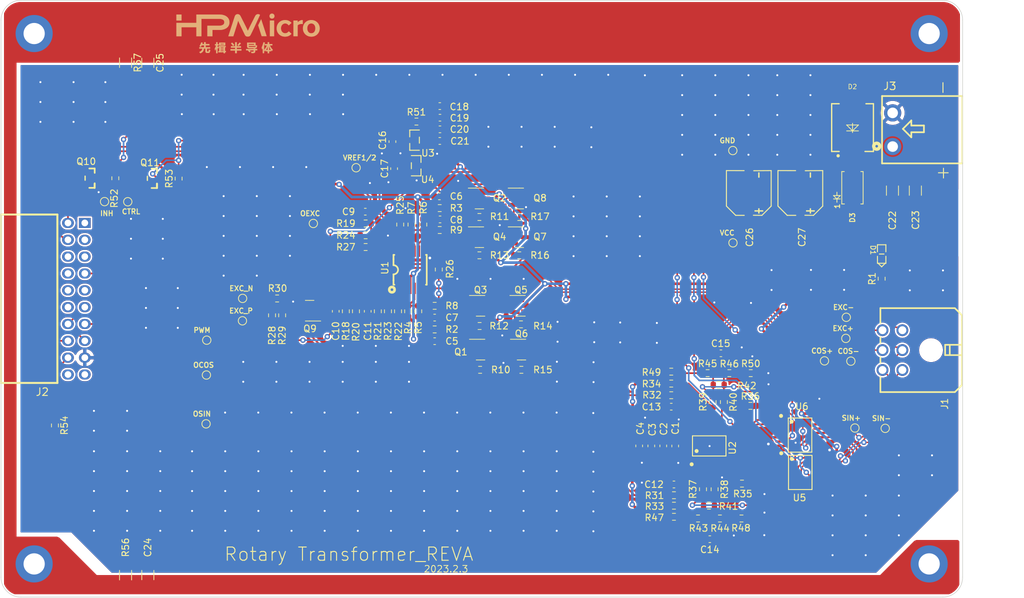
<source format=kicad_pcb>
(kicad_pcb (version 20221018) (generator pcbnew)
  (layers (0 "F.Cu" signal) (31 "B.Cu" signal) (34 "B.Paste" user) (35 "F.Paste" user) (36 "B.SilkS" user "B.Silkscreen") (37 "F.SilkS" user "F.Silkscreen") (38 "B.Mask" user) (39 "F.Mask" user) (44 "Edge.Cuts" user))
  (net 0 "")
  (net 1 "Net-(Q3-Pad2)")
  (net 2 "Net-(Q5-Pad2)")
  (net 3 "Net-(Q1-Pad2)")
  (net 4 "Net-(Q6-Pad2)")
  (net 5 "GND")
  (net 6 "Net-(Q4-Pad2)")
  (net 7 "Net-(Q7-Pad2)")
  (net 8 "Net-(Q2-Pad2)")
  (net 9 "Net-(Q8-Pad2)")
  (net 10 "Net-(C11-Pad1)")
  (net 11 "/Main_Entry /Phase Splitter/EXC_N")
  (net 12 "Net-(Q9-Pad3)")
  (net 13 "Net-(Q1-Pad1)")
  (net 14 "Net-(Q2-Pad1)")
  (net 16 "/Main_Entry /CONN/CTRL")
  (net 18 "/Main_Entry /CONN/INH")
  (net 20 "/Main_Entry /FeedBack/VREF1{slash}2")
  (net 21 "/Main_Entry /CONN/PWM")
  (net 27 "/Main_Entry /CONN/OSIN")
  (net 28 "/Main_Entry /CONN/OEXC")
  (net 29 "/Main_Entry /CONN/OCOS")
  (net 31 "Net-(D1-Pad1)")
  (net 32 "Net-(C10-Pad1)")
  (net 33 "/Main_Entry /FeedBack/VREF")
  (net 34 "/Main_Entry /FeedBack/COS-")
  (net 35 "/Main_Entry /FeedBack/COS+")
  (net 36 "/Main_Entry /FeedBack/SIN-")
  (net 37 "/Main_Entry /FeedBack/SIN+")
  (net 38 "/Main_Entry /Phase Splitter/EXC_P")
  (net 39 "Net-(C5-Pad2)")
  (net 40 "Net-(C6-Pad2)")
  (net 41 "Net-(C7-Pad1)")
  (net 42 "/Main_Entry /Phase Splitter/EXC+")
  (net 43 "Net-(C8-Pad1)")
  (net 44 "/Main_Entry /Phase Splitter/EXC-")
  (net 45 "Net-(C11-Pad2)")
  (net 46 "/Main_Entry /FeedBack/INH_CMOS")
  (net 47 "/Main_Entry /FeedBack/CTRL_CMOS")
  (net 48 "Net-(R4-Pad1)")
  (net 49 "Net-(R6-Pad1)")
  (net 50 "Net-(R19-Pad2)")
  (net 51 "Net-(R22-Pad1)")
  (net 52 "Net-(R24-Pad2)")
  (net 53 "Net-(R25-Pad2)")
  (net 54 "Net-(R31-Pad1)")
  (net 55 "Net-(R32-Pad1)")
  (net 56 "Net-(R33-Pad1)")
  (net 57 "Net-(R34-Pad1)")
  (net 58 "Net-(R35-Pad1)")
  (net 59 "Net-(R36-Pad1)")
  (net 60 "/Main_Entry /FeedBack/ISIN-")
  (net 61 "/Main_Entry /FeedBack/ISIN+")
  (net 62 "/Main_Entry /FeedBack/ICOS-")
  (net 63 "/Main_Entry /FeedBack/ICOS+")
  (net 64 "Earth")
  (net 66 "Net-(J2-Pad18)")
  (net 68 "VCC")
  (net 69 "/Main_Entry /CONN/PWR_IN")
  (footprint "RS:TSSOP-14_L5.0-W4.5-P0.65-LS6.4-BL" (layer "F.Cu") (at 117.1448 85.2424)
    (fp_text reference "U1")
    (fp_text value "TLV4171IPWR")
  )
  (footprint "Resistor_SMD:R_1206_3216Metric" (layer "F.Cu") (at 74.2188 131.3037 90)
    (fp_text reference "R56")
    (fp_text value "1M")
  )
  (footprint "RS:SOT-23-3_L2.9-W1.3-P1.90-LS2.4-BR" (layer "F.Cu") (at 117.806672 65.690272)
    (fp_text reference "U3")
    (fp_text value "TLV431BFTA")
  )
  (footprint "EVKA3:TPAD_030" (layer "F.Cu") (at 86.4108 101.1174 180)
    (fp_text reference "T2" hide)
    (fp_text value "OCOS")
  )
  (footprint "02_HPM_Resis:R_0603_1608Metric" (layer "F.Cu") (at 97.0765 89.5706 180)
    (fp_text reference "R30")
    (fp_text value "10K")
  )
  (footprint "04_HPM_Diode:SMA-DO-214AC" (layer "F.Cu") (at 183.8706 72.8726 90)
    (fp_text reference "D3")
    (fp_text value "SS24A" hide)
  )
  (footprint "03_HPM_CAP:C_0603_1608Metric" (layer "F.Cu") (at 153.5176 111.8102 -90)
    (fp_text reference "C3")
    (fp_text value "1uF,50V")
  )
  (footprint "02_HPM_Resis:R_0603_1608Metric" (layer "F.Cu") (at 133.921 100.33)
    (fp_text reference "R15")
    (fp_text value "10")
  )
  (footprint "EVKA3:TPAD_030" (layer "F.Cu") (at 86.4616 95.8596 180)
    (fp_text reference "T13" hide)
    (fp_text value "PWM")
  )
  (footprint "02_HPM_Resis:R_0603_1608Metric" (layer "F.Cu") (at 133.858 93.472 180)
    (fp_text reference "R14")
    (fp_text value "10")
  )
  (footprint "02_HPM_Resis:R_0603_1608Metric" (layer "F.Cu") (at 112.268 91.503 90)
    (fp_text reference "R21")
    (fp_text value "6.8K")
  )
  (footprint "02_HPM_Resis:R_0603_1608Metric" (layer "F.Cu") (at 165.29 100.838 180)
    (fp_text reference "R46")
    (fp_text value "0R/NC")
  )
  (footprint "02_HPM_Resis:R_0603_1608Metric" (layer "F.Cu") (at 163.8676 122.7582 180)
    (fp_text reference "R44")
    (fp_text value "0R/NC")
  )
  (footprint "03_HPM_CAP:C_0603_1608Metric" (layer "F.Cu") (at 120.841 92.456)
    (fp_text reference "C7")
    (fp_text value "18pF")
  )
  (footprint "02_HPM_Resis:R_0603_1608Metric" (layer "F.Cu") (at 188.2648 86.5886 90)
    (fp_text reference "R1")
    (fp_text value "6.8K")
  )
  (footprint "04_HPM_Diode:LED" (layer "F.Cu") (at 188.2648 82.866799 -90)
    (fp_text reference "D1")
    (fp_text value "LED GREEN" hide)
  )
  (footprint "02_HPM_Resis:R_0603_1608Metric" (layer "F.Cu") (at 133.604 77.282)
    (fp_text reference "R17")
    (fp_text value "10")
  )
  (footprint "04_HPM_Diode:DO-214AB" (layer "F.Cu") (at 183.872141 63.7975 -90)
    (fp_text reference "D2")
    (fp_text value "1_DIODE_ZENER2" hide)
  )
  (footprint "02_HPM_Resis:R_0603_1608Metric" (layer "F.Cu") (at 119.126 78.423 90)
    (fp_text reference "R6")
    (fp_text value "10K")
  )
  (footprint "02_HPM_Resis:R_0603_1608Metric" (layer "F.Cu") (at 163.6866 102.616)
    (fp_text reference "R42")
    (fp_text value "100K")
  )
  (footprint "03_HPM_CAP:C_0603_1608Metric" (layer "F.Cu") (at 110.377 76.4794 180)
    (fp_text reference "C9")
    (fp_text value "15pF")
  )
  (footprint "Library:HOLE-3.2" (layer "F.Cu") (at 60.428751 49.61)
    (fp_text reference "H4" hide)
    (fp_text value "MountingHole_Pad" hide)
  )
  (footprint "RS:SOT-23-3_L2.9-W1.4-P1.90-LS2.4-TR" (layer "F.Cu") (at 68.9102 71.4248 180)
    (fp_text reference "Q10")
    (fp_text value "DTC143ZCAT116")
  )
  (footprint "02_HPM_Resis:R_0603_1608Metric" (layer "F.Cu") (at 156.5262 104.1654 180)
    (fp_text reference "R32")
    (fp_text value "10")
  )
  (footprint "05_HPM_Conn:5.08-02P" (layer "F.Cu") (at 194.372143 64.1175 90)
    (fp_text reference "J3")
    (fp_text value "5.08-02P" hide)
  )
  (footprint "02_HPM_Resis:R_0603_1608Metric" (layer "F.Cu") (at 156.5262 102.4128 180)
    (fp_text reference "R34")
    (fp_text value "10K")
  )
  (footprint "RS:SOT-23-3_L2.9-W1.4-P1.90-LS2.4-TR" (layer "F.Cu") (at 78.3031 71.4522 180)
    (fp_text reference "Q11")
    (fp_text value "DTC143ZCAT116")
  )
  (footprint "02_HPM_Resis:R_0603_1608Metric" (layer "F.Cu") (at 115.6462 78.422 -90)
    (fp_text reference "R25")
    (fp_text value "10K")
  )
  (footprint "RS:TSSOP-16_L5.0-W4.4-P0.65-LS6.4-BL" (layer "F.Cu") (at 175.98715 115.815 -90)
    (fp_text reference "U5")
    (fp_text value "CD4053BPWRG3")
  )
  (footprint "03_HPM_CAP:C_0603_1608Metric" (layer "F.Cu") (at 157.1244 111.8232 -90)
    (fp_text reference "C1")
    (fp_text value "1uF,50V")
  )
  (footprint "02_HPM_Resis:R_0603_1608Metric" (layer "F.Cu") (at 110.427 78.2574)
    (fp_text reference "R19")
    (fp_text value "10")
  )
  (footprint "02_HPM_Resis:R_0603_1608Metric" (layer "F.Cu") (at 127.5865 77.282 180)
    (fp_text reference "R11")
    (fp_text value "4.7K")
  )
  (footprint "03_HPM_CAP:C_0603_1608Metric" (layer "F.Cu") (at 151.6888 111.8102 -90)
    (fp_text reference "C4")
    (fp_text value "1uF,50V")
  )
  (footprint "Package_TO_SOT_SMD:SOT-23" (layer "F.Cu") (at 127.5865 74.488)
    (fp_text reference "Q2")
    (fp_text value "BC817")
  )
  (footprint "Package_TO_SOT_SMD:SOT-23" (layer "F.Cu") (at 101.981 91.4146 180)
    (fp_text reference "Q9")
    (fp_text value "BC817")
  )
  (footprint "EVKA3:TPAD_030" (layer "F.Cu") (at 179.64 98.98 180)
    (fp_text reference "T6" hide)
    (fp_text value "COS+")
  )
  (footprint "02_HPM_Resis:R_0603_1608Metric" (layer "F.Cu") (at 107.442 91.503 90)
    (fp_text reference "R18")
    (fp_text value "3.9K")
  )
  (footprint "03_HPM_CAP:C_0603_1608Metric" (layer "F.Cu") (at 114.4684 65.913 -90)
    (fp_text reference "C16")
    (fp_text value "1000pF")
  )
  (footprint "02_HPM_Resis:R_0603_1608Metric" (layer "F.Cu") (at 163.068 118.3508 90)
    (fp_text reference "R38")
    (fp_text value "51K")
  )
  (footprint "EVKA3:TPAD_030" (layer "F.Cu") (at 102.5398 78.2574 180)
    (fp_text reference "T11" hide)
    (fp_text value "OEXC")
  )
  (footprint "EVKA3:TPAD_030" (layer "F.Cu") (at 188.8 109.16 180)
    (fp_text reference "T8" hide)
    (fp_text value "SIN-")
  )
  (footprint "03_HPM_CAP:C_0603_1608Metric" (layer "F.Cu") (at 121.6152 65.8114)
    (fp_text reference "C21")
    (fp_text value "1uF,50V")
  )
  (footprint "02_HPM_Resis:R_0603_1608Metric" (layer "F.Cu") (at 121.4628 85.2048 -90)
    (fp_text reference "R26")
    (fp_text value "100K")
  )
  (footprint "02_HPM_Resis:R_0603_1608Metric" (layer "F.Cu") (at 167.195 117.5004)
    (fp_text reference "R35")
    (fp_text value "10K")
  )
  (footprint "03_HPM_CAP:C_0603_1608Metric" (layer "F.Cu") (at 155.321 111.8102 -90)
    (fp_text reference "C2")
    (fp_text value "1uF,50V")
  )
  (footprint "03_HPM_CAP:C_0603_1608Metric" (layer "F.Cu") (at 121.6152 60.5536)
    (fp_text reference "C18")
    (fp_text value "1uF,50V")
  )
  (footprint "05_HPM_Conn:HPM LOGO" (layer "F.Cu") (at 81.862139 56.327719)
    (fp_text reference "REF**" hide)
    (fp_text value "HPM Logo" hide)
  )
  (footprint "02_HPM_Resis:R_0603_1608Metric" (layer "F.Cu") (at 164.464 105.1946 -90)
    (fp_text reference "R40")
    (fp_text value "51K")
  )
  (footprint "02_HPM_Resis:R_0603_1608Metric" (layer "F.Cu") (at 113.792 91.503 90)
    (fp_text reference "R23")
    (fp_text value "3K")
  )
  (footprint "EVKA3:TPAD_030" (layer "F.Cu") (at 91.8718 89.5604 180)
    (fp_text reference "T16" hide)
    (fp_text value "EXC_N")
  )
  (footprint "EVKA3:TPAD_030" (layer "F.Cu") (at 184.23 109.11 180)
    (fp_text reference "T10" hide)
    (fp_text value "SIN+")
  )
  (footprint "02_HPM_Resis:R_0603_1608Metric" (layer "F.Cu") (at 116.84 91.503 -90)
    (fp_text reference "R4")
    (fp_text value "10K")
  )
  (footprint "Package_TO_SOT_SMD:SOT-23" (layer "F.Cu") (at 133.604 74.488)
    (fp_text reference "Q8")
    (fp_text value "BC807")
  )
  (footprint "EVKA3:TPAD_030" (layer "F.Cu") (at 86.36 108.4834 180)
    (fp_text reference "T12" hide)
    (fp_text value "OSIN")
  )
  (footprint "03_HPM_CAP:C_0603_1608Metric" (layer "F.Cu") (at 114.7224 69.9894 90)
    (fp_text reference "C17")
    (fp_text value "1000pF")
  )
  (footprint "Package_TO_SOT_SMD:SOT-23" (layer "F.Cu") (at 133.858 90.678)
    (fp_text reference "Q5")
    (fp_text value "BC817")
  )
  (footprint "RS:SOIC-8_L4.9-W3.9-P1.27-LS6.0-BL" (layer "F.Cu") (at 162.2542 111.8108)
    (fp_text reference "U2")
    (fp_text value "TLV2171IDR")
  )
  (footprint "Capacitor_SMD:C_1206_3216Metric" (layer "F.Cu") (at 77.5716 54.0258 -90)
    (fp_text reference "C25")
    (fp_text value "102/50V")
  )
  (footprint "EVKA3:TPAD_030" (layer "F.Cu") (at 165.8366 81.1784 180)
    (fp_text reference "T14" hide)
    (fp_text value "VCC")
  )
  (footprint "02_HPM_Resis:R_0603_1608Metric" (layer "F.Cu") (at 96.3145 92.1106 90)
    (fp_text reference "R28")
    (fp_text value "10K")
  )
  (footprint "02_HPM_Resis:R_0603_1608Metric" (layer "F.Cu") (at 156.9344 119.2492 180)
    (fp_text reference "R31")
    (fp_text value "10")
  )
  (footprint "02_HPM_Resis:R_0603_1608Metric" (layer "F.Cu") (at 118.364 91.503 90)
    (fp_text reference "R5")
    (fp_text value "10K")
  )
  (footprint "02_HPM_Resis:R_0603_1608Metric" (layer "F.Cu") (at 156.9344 122.5004)
    (fp_text reference "R47")
    (fp_text value "100K")
  )
  (footprint "03_HPM_CAP:C_0603_1608Metric" (layer "F.Cu") (at 121.6406 64.0588)
    (fp_text reference "C20")
    (fp_text value "1uF,50V")
  )
  (footprint "03_HPM_CAP:C_0603_1608Metric" (layer "F.Cu") (at 121.553 74.168 180)
    (fp_text reference "C6")
    (fp_text value "0.01uF,50V")
  )
  (footprint "EVKA3:TPAD_030" (layer "F.Cu") (at 71.046086 74.960861 180)
    (fp_text reference "T3" hide)
    (fp_text value "INH")
  )
  (footprint "02_HPM_Resis:R_0603_1608Metric" (layer "F.Cu") (at 167.1188 122.7582)
    (fp_text reference "R48")
    (fp_text value "62K")
  )
  (footprint "Library:HOLE-3.2" (layer "F.Cu") (at 195.42875 49.61)
    (fp_text reference "H3" hide)
    (fp_text value "MountingHole_Pad" hide)
  )
  (footprint "02_HPM_Resis:R_0603_1608Metric" (layer "F.Cu") (at 110.427 81.8134 180)
    (fp_text reference "R27")
    (fp_text value "100K")
  )
  (footprint "02_HPM_Resis:R_0603_1608Metric" (layer "F.Cu") (at 120.841 90.678 180)
    (fp_text reference "R8")
    (fp_text value "470K")
  )
  (footprint "Capacitor_SMD:C_1206_3216Metric" (layer "F.Cu") (at 77.5716 131.2908 90)
    (fp_text reference "C24")
    (fp_text value "102/50V")
  )
  (footprint "02_HPM_Resis:R_0603_1608Metric" (layer "F.Cu") (at 108.966 91.503 90)
    (fp_text reference "R20")
    (fp_text value "3.9K")
  )
  (footprint "03_HPM_CAP:C_0603_1608Metric" (layer "F.Cu") (at 120.841 96.012 180)
    (fp_text reference "C5")
    (fp_text value "0.01uF,50V")
  )
  (footprint "02_HPM_Resis:R_0603_1608Metric" (layer "F.Cu") (at 118.0884 62.8904)
    (fp_text reference "R51")
    (fp_text value "100K")
  )
  (footprint "Library:HOLE-3.2" (layer "F.Cu") (at 195.42875 129.61)
    (fp_text reference "H2" hide)
    (fp_text value "MountingHole_Pad" hide)
  )
  (footprint "02_HPM_Resis:R_0603_1608Metric" (layer "F.Cu") (at 121.603 75.946 180)
    (fp_text reference "R3")
    (fp_text value "100K")
  )
  (footprint "02_HPM_Resis:R_0603_1608Metric" (layer "F.Cu") (at 121.603 79.248 180)
    (fp_text reference "R9")
    (fp_text value "470K")
  )
  (footprint "03_HPM_CAP:C_0603_1608Metric" (layer "F.Cu") (at 162.3438 125.8786)
    (fp_text reference "C14")
    (fp_text value "1uF,50V")
  )
  (footprint "03_HPM_CAP:C_0603_1608Metric" (layer "F.Cu") (at 164.0192 97.8408)
    (fp_text reference "C15")
    (fp_text value "1uF,50V")
  )
  (footprint "RS:CAP-SMD_BD6.3-L6.6-W6.6-LS7.6-FD" (layer "F.Cu") (at 168.2242 73.6571 90)
    (fp_text reference "C26")
    (fp_text value "10uF,35V")
  )
  (footprint "02_HPM_Resis:R_0603_1608Metric" (layer "F.Cu") (at 156.9344 120.8278 180)
    (fp_text reference "R33")
    (fp_text value "10K")
  )
  (footprint "EVKA3:TPAD_030" (layer "F.Cu") (at 91.8464 92.9386 180)
    (fp_text reference "T17" hide)
    (fp_text value "EXC_P")
  )
  (footprint "02_HPM_Resis:R_0603_1608Metric" (layer "F.Cu") (at 120.841 94.234 180)
    (fp_text reference "R2")
    (fp_text value "100K")
  )
  (footprint "02_HPM_Resis:R_0603_1608Metric" (layer "F.Cu") (at 82.2198 71.4878 90)
    (fp_text reference "R53")
    (fp_text value "3.3K")
  )
  (footprint "02_HPM_Resis:R_0603_1608Metric" (layer "F.Cu") (at 63.56 108.72 -90)
    (fp_text reference "R54")
    (fp_text value "0R")
  )
  (footprint "02_HPM_Resis:R_0603_1608Metric" (layer "F.Cu") (at 133.604 83.058 180)
    (fp_text reference "R16")
    (fp_text value "10")
  )
  (footprint "03_HPM_CAP:C_1206_3216Metric" (layer "F.Cu") (at 193.3448 73.3044 90)
    (fp_text reference "C23")
    (fp_text value "10uF,50V")
  )
  (footprint "EVKA3:TPAD_030" (layer "F.Cu") (at 108.9914 69.85 180)
    (fp_text reference "T1" hide)
    (fp_text value "VREF1/2")
  )
  (footprint "Package_TO_SOT_SMD:SOT-23" (layer "F.Cu") (at 133.9365 97.282)
    (fp_text reference "Q6")
    (fp_text value "BC807")
  )
  (footprint "02_HPM_Resis:R_0603_1608Metric" (layer "F.Cu") (at 162.2198 120.824)
    (fp_text reference "R41")
    (fp_text value "100K")
  )
  (footprint "02_HPM_Resis:R_0603_1608Metric" (layer "F.Cu") (at 156.5262 100.6094)
    (fp_text reference "R49")
    (fp_text value "100K")
  )
  (footprint "Package_TO_SOT_SMD:SOT-23" (layer "F.Cu") (at 127.762 97.282)
    (fp_text reference "Q1")
    (fp_text value "BC817")
  )
  (footprint "02_HPM_Resis:R_0603_1608Metric" (layer "F.Cu") (at 161.3186 118.348 90)
    (fp_text reference "R37")
    (fp_text value "51K")
  )
  (footprint "RS:CAP-SMD_BD6.3-L6.6-W6.6-LS7.6-FD" (layer "F.Cu") (at 175.9966 73.6571 90)
    (fp_text reference "C27")
    (fp_text value "10uF,35V")
  )
  (footprint "02_HPM_Resis:R_0603_1608Metric" (layer "F.Cu") (at 127.699 100.33 180)
    (fp_text reference "R10")
    (fp_text value "4.7K")
  )
  (footprint "Package_TO_SOT_SMD:SOT-23" (layer "F.Cu") (at 127.5865 80.33)
    (fp_text reference "Q4")
    (fp_text value "BC807")
  )
  (footprint "EVKA3:TPAD_030" (layer "F.Cu") (at 165.8112 67.2592 180)
    (fp_text reference "T15" hide)
    (fp_text value "GND")
  )
  (footprint "Package_TO_SOT_SMD:SOT-23" (layer "F.Cu") (at 133.604 80.33)
    (fp_text reference "Q7")
    (fp_text value "BC817")
  )
  (footprint "03_HPM_CAP:C_0603_1608Metric" (layer "F.Cu") (at 156.9344 117.6274 180)
    (fp_text reference "C12")
    (fp_text value "15pF")
  )
  (footprint "EVKA3:TPAD_030" (layer "F.Cu") (at 182.93 92.41 180)
    (fp_text reference "T9" hide)
    (fp_text value "EXC-")
  )
  (footprint "03_HPM_CAP:C_1206_3216Metric" (layer "F.Cu") (at 189.8904 73.3044 90)
    (fp_text reference "C22")
    (fp_text value "10uF,50V")
  )
  (footprint "EVKA3:TPAD_030" (layer "F.Cu") (at 183.617486 99.024261 180)
    (fp_text reference "T5" hide)
    (fp_text value "COS-")
  )
  (footprint "Package_TO_SOT_SMD:SOT-23" (layer "F.Cu") (at 127.762 90.678)
    (fp_text reference "Q3")
    (fp_text value "BC807")
  )
  (footprint "02_HPM_Resis:R_0603_1608Metric" (layer "F.Cu") (at 162.0134 100.838)
    (fp_text reference "R45")
    (fp_text value "0R/NC")
  )
  (footprint "RS:TSSOP-16_L5.0-W4.4-P0.65-LS6.4-BL" (layer "F.Cu") (at 175.953775 110.1791 -90)
    (fp_text reference "U6")
    (fp_text value "CD4053BPWRG3")
  )
  (footprint "03_HPM_CAP:C_0603_1608Metric" (layer "F.Cu") (at 156.5262 105.8926 180)
    (fp_text reference "C13")
    (fp_text value "15pF")
  )
  (footprint "Library:HOLE-3.2" (layer "F.Cu") (at 60.428751 129.61)
    (fp_text reference "H1" hide)
    (fp_text value "MountingHole_Pad" hide)
  )
  (footprint "02_HPM_Resis:R_0603_1608Metric" (layer "F.Cu") (at 168.465 105.7656)
    (fp_text reference "R36")
    (fp_text value "10K")
  )
  (footprint "03_HPM_CAP:C_0603_1608Metric" (layer "F.Cu") (at 110.744 91.503 90)
    (fp_text reference "C11")
    (fp_text value "1000pF")
  )
  (footprint "EVKA3:TPAD_030" (layer "F.Cu") (at 182.86 95.59 180)
    (fp_text reference "T7" hide)
    (fp_text value "EXC+")
  )
  (footprint "03_HPM_CAP:C_0603_1608Metric" (layer "F.Cu") (at 121.6538 77.6478)
    (fp_text reference "C8")
    (fp_text value "18pF")
  )
  (footprint "02_HPM_Resis:R_0603_1608Metric" (layer "F.Cu") (at 160.5656 122.7582)
    (fp_text reference "R43")
    (fp_text value "0R/NC")
  )
  (footprint "03_HPM_CAP:C_0603_1608Metric" (layer "F.Cu") (at 121.6406 62.3062)
    (fp_text reference "C19")
    (fp_text value "1uF,50V")
  )
  (footprint "02_HPM_Resis:R_0603_1608Metric" (layer "F.Cu") (at 110.427 80.0354 180)
    (fp_text reference "R24")
    (fp_text value "10K")
  )
  (footprint "02_HPM_Resis:R_0603_1608Metric" (layer "F.Cu") (at 115.316 91.503 -90)
    (fp_text reference "R22")
    (fp_text value "12K")
  )
  (footprint "02_HPM_Resis:R_0603_1608Metric" (layer "F.Cu") (at 72.6694 71.438 90)
    (fp_text reference "R52")
    (fp_text value "3.3K")
  )
  (footprint "03_HPM_CAP:C_0603_1608Metric" (layer "F.Cu") (at 105.918 91.503 -90)
    (fp_text reference "C10")
    (fp_text value "4700pF")
  )
  (footprint "02_HPM_Resis:R_0603_1608Metric" (layer "F.Cu") (at 127.5865 83.058)
    (fp_text reference "R13")
    (fp_text value "4.7K")
  )
  (footprint "02_HPM_Resis:R_0603_1608Metric" (layer "F.Cu") (at 97.8385 92.1106 -90)
    (fp_text reference "R29")
    (fp_text value "20")
  )
  (footprint "RS:CONN-TH_43045-0600" (layer "F.Cu") (at 189.8904 97.3582 90)
    (fp_text reference "J1")
    (fp_text value "430450600")
  )
  (footprint "RS:SOT-23-3_L2.9-W1.3-P1.90-LS2.4-BR" (layer "F.Cu") (at 118.0498 69.5452 180)
    (fp_text reference "U4")
    (fp_text value "TLV431BFTA")
  )
  (footprint "02_HPM_Resis:R_0603_1608Metric" (layer "F.Cu") (at 162.7622 105.1946 -90)
    (fp_text reference "R39")
    (fp_text value "51K")
  )
  (footprint "Resistor_SMD:R_1206_3216Metric" (layer "F.Cu") (at 74.2188 54.0111 -90)
    (fp_text reference "R57")
    (fp_text value "1M")
  )
  (footprint "02_HPM_Resis:R_0603_1608Metric" (layer "F.Cu") (at 127.6205 93.726)
    (fp_text reference "R12")
    (fp_text value "4.7K")
  )
  (footprint "05_HPM_Conn:IDE-20-A" (layer "F.Cu") (at 66.798751 89.61 -90)
    (fp_text reference "J2")
    (fp_text value "HEADER 10X2" hide)
  )
  (footprint "02_HPM_Resis:R_0603_1608Metric" (layer "F.Cu") (at 117.348 78.423 -90)
    (fp_text reference "R7")
    (fp_text value "10K")
  )
  (footprint "EVKA3:TPAD_030" (layer "F.Cu") (at 74.549 74.9808 180)
    (fp_text reference "T4" hide)
    (fp_text value "CTRL")
  )
  (footprint "02_HPM_Resis:R_0603_1608Metric" (layer "F.Cu") (at 168.5158 100.838)
    (fp_text reference "R50")
    (fp_text value "62K")
  )
  (gr_line (start 197.5104 58.4962) (end 197.5104 57.023) (stroke (width 0.15)) (layer "F.SilkS"))
  (gr_line (start 197.5866 71.3994) (end 197.5866 69.9262) (stroke (width 0.15)) (layer "F.SilkS"))
  (gr_line (start 196.8246 70.612) (end 198.2978 70.612) (stroke (width 0.15)) (layer "F.SilkS"))
  (gr_line locked (start 55.43 47.6) (end 55.43 131.61) (stroke (width 0.1)) (layer "Edge.Cuts"))
  (gr_line locked (start 200.48 47.6) (end 200.48 131.61) (stroke (width 0.1)) (layer "Edge.Cuts"))
  (gr_arc locked (start 55.43 47.6) (mid 56.30868 45.47868) (end 58.43 44.6) (stroke (width 0.1)) (layer "Edge.Cuts"))
  (gr_line locked (start 197.48 134.61) (end 58.43 134.61) (stroke (width 0.1)) (layer "Edge.Cuts"))
  (gr_arc locked (start 197.48 44.6) (mid 199.60132 45.47868) (end 200.48 47.6) (stroke (width 0.1)) (layer "Edge.Cuts"))
  (gr_line locked (start 58.43 44.6) (end 197.48 44.6) (stroke (width 0.1)) (layer "Edge.Cuts"))
  (gr_arc locked (start 200.48 131.61) (mid 199.60132 133.73132) (end 197.48 134.61) (stroke (width 0.1)) (layer "Edge.Cuts"))
  (gr_arc locked (start 58.43 134.61) (mid 56.30868 133.73132) (end 55.43 131.61) (stroke (width 0.1)) (layer "Edge.Cuts"))
  (gr_text "2023.2.3\n" (at 122.555 130.3782) (layer "F.SilkS") (effects (font (size 1 1) (thickness 0.12))))
  (gr_text "Rotary Transformer_REVA" (at 107.8992 128.143) (layer "F.SilkS") (effects (font (size 2 2))))
  (segment (start 126.7955 91.657) (end 126.8245 91.628) (width 0.25) (layer "F.Cu") (net 1))
  (segment (start 131.0205 91.628) (end 126.8245 91.628) (width 0.25) (layer "F.Cu") (net 1))
  (segment (start 132.9205 89.728) (end 131.0205 91.628) (width 0.25) (layer "F.Cu") (net 1))
  (segment (start 126.7955 93.726) (end 126.7955 91.657) (width 0.25) (layer "F.Cu") (net 1))
  (segment (start 132.9205 93.3595) (end 133.033 93.472) (width 0.25) (layer "F.Cu") (net 2))
  (segment (start 132.9205 91.628) (end 132.9205 93.3595) (width 0.25) (layer "F.Cu") (net 2))
  (segment (start 132.999 96.332) (end 131.099 98.232) (width 0.25) (layer "F.Cu") (net 3))
  (segment (start 126.874 100.33) (end 126.874 98.2815) (width 0.25) (layer "F.Cu") (net 3))
  (segment (start 126.874 98.2815) (end 126.8245 98.232) (width 0.25) (layer "F.Cu") (net 3))
  (segment (start 131.099 98.232) (end 126.8245 98.232) (width 0.25) (layer "F.Cu") (net 3))
  (segment (start 133.096 98.329) (end 132.999 98.232) (width 0.25) (layer "F.Cu") (net 4))
  (segment (start 133.096 100.33) (end 133.096 98.329) (width 0.25) (layer "F.Cu") (net 4))
  (segment (start 180.382415 112.4542) (end 178.819575 112.4542) (width 0.25) (layer "F.Cu") (net 5))
  (segment (start 173.087975 111.8042) (end 172.271537 111.8042) (width 0.25) (layer "F.Cu") (net 5))
  (segment (start 171.541537 111.160463) (end 171.177181 111.524819) (width 0.25) (layer "F.Cu") (net 5))
  (segment (start 117.276717 83.666811) (end 119.914189 83.666811) (width 0.25) (layer "F.Cu") (net 5))
  (segment (start 180.407206 112.429409) (end 180.382415 112.4542) (width 0.25) (layer "F.Cu") (net 5))
  (segment (start 172.5582 109.204) (end 173.087975 109.204) (width 0.25) (layer "F.Cu") (net 5))
  (segment (start 173.087975 110.5042) (end 173.087975 109.8542) (width 0.4) (layer "F.Cu") (net 5))
  (segment (start 173.12135 117.4401) (end 173.12135 118.0901) (width 0.4) (layer "F.Cu") (net 5))
  (segment (start 172.271537 111.8042) (end 171.6278 111.160463) (width 0.25) (layer "F.Cu") (net 5))
  (segment (start 173.087975 111.8042) (end 173.087975 112.4542) (width 0.4) (layer "F.Cu") (net 5))
  (segment (start 119.914189 83.666811) (end 120.1166 83.4644) (width 0.25) (layer "F.Cu") (net 5))
  (segment (start 173.087975 109.204) (end 173.087975 109.8542) (width 0.4) (layer "F.Cu") (net 5))
  (segment (start 173.12135 116.1401) (end 173.12135 115.4901) (width 0.4) (layer "F.Cu") (net 5))
  (segment (start 171.6278 111.160463) (end 171.541537 111.160463) (width 0.25) (layer "F.Cu") (net 5))
  (segment (start 117.1448 83.534894) (end 117.276717 83.666811) (width 0.25) (layer "F.Cu") (net 5))
  (segment (start 117.1448 82.4423) (end 117.1448 83.534894) (width 0.25) (layer "F.Cu") (net 5))
  (segment (start 171.6278 110.1344) (end 172.5582 109.204) (width 0.25) (layer "F.Cu") (net 5))
  (segment (start 171.6278 111.160463) (end 171.6278 110.1344) (width 0.25) (layer "F.Cu") (net 5))
  (segment (start 173.12135 114.8399) (end 173.12135 115.4901) (width 0.4) (layer "F.Cu") (net 5))
  (via (at 185.8556 125.2954) (size 0.6) (drill 0.3) (layers "F.Cu" "B.Cu") (net 5))
  (via (at 119.25 112.6186) (size 0.6) (drill 0.3) (layers "F.Cu" "B.Cu") (net 5))
  (via (at 61.372 62.935) (size 0.6) (drill 0.3) (layers "F.Cu" "B.Cu") (net 5))
  (via (at 82.6788 58.823) (size 0.6) (drill 0.3) (layers "F.Cu" "B.Cu") (net 5))
  (via (at 134.25 121.6186) (size 0.6) (drill 0.3) (layers "F.Cu" "B.Cu") (net 5))
  (via (at 168.1734 64.8942) (size 0.6) (drill 0.3) (layers "F.Cu" "B.Cu") (net 5))
  (via (at 129.25 118.6186) (size 0.6) (drill 0.3) (layers "F.Cu" "B.Cu") (net 5))
  (via (at 116.4336 75.946) (size 0.6) (drill 0.3) (layers "F.Cu" "B.Cu") (net 5))
  (via (at 87.4776 58.8292) (size 0.6) (drill 0.3) (layers "F.Cu" "B.Cu") (net 5))
  (via (at 168.5544 90.2462) (size 0.6) (drill 0.3) (layers "F.Cu" "B.Cu") (net 5))
  (via (at 75.0334 77.5598) (size 0.6) (drill 0.3) (layers "F.Cu" "B.Cu") (net 5))
  (via (at 82.6788 55.823) (size 0.6) (drill 0.3) (layers "F.Cu" "B.Cu") (net 5))
  (via (at 116.967 99.1334) (size 0.6) (drill 0.3) (layers "F.Cu" "B.Cu") (net 5))
  (via (at 79.4512 124.6124) (size 0.6) (drill 0.3) (layers "F.Cu" "B.Cu") (net 5))
  (via (at 130.6576 78.5114) (size 0.6) (drill 0.3) (layers "F.Cu" "B.Cu") (net 5))
  (via (at 79.4512 112.6124) (size 0.6) (drill 0.3) (layers "F.Cu" "B.Cu") (net 5))
  (via (at 107.0064 58.8264) (size 0.6) (drill 0.3) (layers "F.Cu" "B.Cu") (net 5))
  (via (at 104.25 112.6186) (size 0.6) (drill 0.3) (layers "F.Cu" "B.Cu") (net 5))
  (via (at 109.2352 106.7816) (size 0.6) (drill 0.3) (layers "F.Cu" "B.Cu") (net 5))
  (via (at 146.7904 80.185) (size 0.6) (drill 0.3) (layers "F.Cu" "B.Cu") (net 5))
  (via (at 101.967 99.1334) (size 0.6) (drill 0.3) (layers "F.Cu" "B.Cu") (net 5))
  (via (at 148.8258 93.196) (size 0.6) (drill 0.3) (layers "F.Cu" "B.Cu") (net 5))
  (via (at 180.8556 122.2954) (size 0.6) (drill 0.3) (layers "F.Cu" "B.Cu") (net 5))
  (via (at 111.967 102.1334) (size 0.6) (drill 0.3) (layers "F.Cu" "B.Cu") (net 5))
  (via (at 116.967 96.7232) (size 0.6) (drill 0.3) (layers "F.Cu" "B.Cu") (net 5))
  (via (at 144.4752 63.7512) (size 0.6) (drill 0.3) (layers "F.Cu" "B.Cu") (net 5))
  (via (at 139.25 115.6186) (size 0.6) (drill 0.3) (layers "F.Cu" "B.Cu") (net 5))
  (via (at 61.372 59.935) (size 0.6) (drill 0.3) (layers "F.Cu" "B.Cu") (net 5))
  (via (at 79.4512 121.6124) (size 0.6) (drill 0.3) (layers "F.Cu" "B.Cu") (net 5))
  (via (at 158.1734 67.8942) (size 0.6) (drill 0.3) (layers "F.Cu" "B.Cu") (net 5))
  (via (at 111.967 99.1334) (size 0.6) (drill 0.3) (layers "F.Cu" "B.Cu") (net 5))
  (via (at 118.1172 71.7612) (size 0.6) (drill 0.3) (layers "F.Cu" "B.Cu") (net 5))
  (via (at 119.25 115.6186) (size 0.6) (drill 0.3) (layers "F.Cu" "B.Cu") (net 5))
  (via (at 168.1734 67.8942) (size 0.6) (drill 0.3) (layers "F.Cu" "B.Cu") (net 5))
  (via (at 107.0356 61.7728) (size 0.6) (drill 0.3) (layers "F.Cu" "B.Cu") (net 5))
  (via (at 109.25 118.6186) (size 0.6) (drill 0.3) (layers "F.Cu" "B.Cu") (net 5))
  (via (at 101.967 102.1334) (size 0.6) (drill 0.3) (layers "F.Cu" "B.Cu") (net 5))
  (via (at 139.25 121.6186) (size 0.6) (drill 0.3) (layers "F.Cu" "B.Cu") (net 5))
  (via (at 192.5104 88.3412) (size 0.6) (drill 0.3) (layers "F.Cu" "B.Cu") (net 5))
  (via (at 146.7904 74.185) (size 0.6) (drill 0.3) (layers "F.Cu" "B.Cu") (net 5))
  (via (at 168.1734 58.8942) (size 0.6) (drill 0.3) (layers "F.Cu" "B.Cu") (net 5))
  (via (at 71.1708 56.9412) (size 0.6) (drill 0.3) (layers "F.Cu" "B.Cu") (net 5))
  (via (at 71.1708 59.9412) (size 0.6) (drill 0.3) (layers "F.Cu" "B.Cu") (net 5))
  (via (at 92.0224 55.8354) (size 0.6) (drill 0.3) (layers "F.Cu" "B.Cu") (net 5))
  (via (at 112.0224 55.8354) (size 0.6) (drill 0.3) (layers "F.Cu" "B.Cu") (net 5))
  (via (at 87.5068 61.7756) (size 0.6) (drill 0.3) (layers "F.Cu" "B.Cu") (net 5))
  (via (at 133.9452 63.6812) (size 0.6) (drill 0.3) (layers "F.Cu" "B.Cu") (net 5))
  (via (at 86.473 69.7484) (size 0.6) (drill 0.3) (layers "F.Cu" "B.Cu") (net 5))
  (via (at 102.0356 61.7728) (size 0.6) (drill 0.3) (layers "F.Cu" "B.Cu") (net 5))
  (via (at 84.25 124.6186) (size 0.6) (drill 0.3) (layers "F.Cu" "B.Cu") (net 5))
  (via (at 158.1734 55.8942) (size 0.6) (drill 0.3) (layers "F.Cu" "B.Cu") (net 5))
  (via (at 77.294 90.9992) (size 0.6) (drill 0.3) (layers "F.Cu" "B.Cu") (net 5))
  (via (at 127.0224 55.8354) (size 0.6) (drill 0.3) (layers "F.Cu" "B.Cu") (net 5))
  (via (at 102.0064 58.8264) (size 0.6) (drill 0.3) (layers "F.Cu" "B.Cu") (net 5))
  (via (at 152.0952 117.348) (size 0.6) (drill 0.3) (layers "F.Cu" "B.Cu") (net 5))
  (via (at 70.1548 73.533) (size 0.6) (drill 0.3) (layers "F.Cu" "B.Cu") (net 5))
  (via (at 99.25 121.6186) (size 0.6) (drill 0.3) (layers "F.Cu" "B.Cu") (net 5))
  (via (at 99.25 115.6186) (size 0.6) (drill 0.3) (layers "F.Cu" "B.Cu") (net 5))
  (via (at 99.25 124.6186) (size 0.6) (drill 0.3) (layers "F.Cu" "B.Cu") (net 5))
  (via (at 147.0224 55.8354) (size 0.6) (drill 0.3) (layers "F.Cu" "B.Cu") (net 5))
  (via (at 154.3558 96.266) (size 0.6) (drill 0.3) (layers "F.Cu" "B.Cu") (net 5))
  (via (at 106.967 99.1334) (size 0.6) (drill 0.3) (layers "F.Cu" "B.Cu") (net 5))
  (via (at 104.25 115.6186) (size 0.6) (drill 0.3) (layers "F.Cu" "B.Cu") (net 5))
  (via (at 195.8594 116.2332) (size 0.6) (drill 0.3) (layers "F.Cu" "B.Cu") (net 5))
  (via (at 124.25 124.6186) (size 0.6) (drill 0.3) (layers "F.Cu" "B.Cu") (net 5))
  (via (at 89.0092 86.1314) (size 0.6) (drill 0.3) (layers "F.Cu" "B.Cu") (net 5))
  (via (at 119.25 121.6186) (size 0.6) (drill 0.3) (layers "F.Cu" "B.Cu") (net 5))
  (via (at 82.708 61.7694) (size 0.6) (drill 0.3) (layers "F.Cu" "B.Cu") (net 5))
  (via (at 106.967 96.7232) (size 0.6) (drill 0.3) (layers "F.Cu" "B.Cu") (net 5))
  (via (at 91.473 69.7484) (size 0.6) (drill 0.3) (layers "F.Cu" "B.Cu") (net 5))
  (via (at 172.5206 55.8942) (size 0.6) (drill 0.3) (layers "F.Cu" "B.Cu") (net 5))
  (via (at 164.1856 116.5606) (size 0.6) (drill 0.3) (layers "F.Cu" "B.Cu") (net 5))
  (via (at 141.7904 77.185) (size 0.6) (drill 0.3) (layers "F.Cu" "B.Cu") (net 5))
  (via (at 87.4776 55.8292) (size 0.6) (drill 0.3) (layers "F.Cu" "B.Cu") (net 5))
  (via (at 69.4512 124.6124) (size 0.6) (drill 0.3) (layers "F.Cu" "B.Cu") (net 5))
  (via (at 134.2644 86.614) (size 0.6) (drill 0.3) (layers "F.Cu" "B.Cu") (net 5))
  (via (at 141.7904 80.185) (size 0.6) (drill 0.3) (layers "F.Cu" "B.Cu") (net 5))
  (via (at 180.8556 128.2954) (size 0.6) (drill 0.3) (layers "F.Cu" "B.Cu") (net 5))
  (via (at 99.0092 77.1314) (size 0.6) (drill 0.3) (layers "F.Cu" "B.Cu") (net 5))
  (via (at 94.25 124.6186) (size 0.6) (drill 0.3) (layers "F.Cu" "B.Cu") (net 5))
  (via (at 168.7576 98.298) (size 0.6) (drill 0.3) (layers "F.Cu" "B.Cu") (net 5))
  (via (at 168.1734 61.8942) (size 0.6) (drill 0.3) (layers "F.Cu" "B.Cu") (net 5))
  (via (at 182.6006 85.2678) (size 0.6) (drill 0.3) (layers "F.Cu" "B.Cu") (net 5))
  (via (at 84.25 115.6186) (size 0.6) (drill 0.3) (layers "F.Cu" "B.Cu") (net 5))
  (via (at 115.6788 67.6718) (size 0.6) (drill 0.3) (layers "F.Cu" "B.Cu") (net 5))
  (via (at 171.196 102.5144) (size 0.6) (drill 0.3) (layers "F.Cu" "B.Cu") (net 5))
  (via (at 122.0224 55.8354) (size 0.6) (drill 0.3) (layers "F.Cu" "B.Cu") (net 5))
  (via (at 74.4512 118.6124) (size 0.6) (drill 0.3) (layers "F.Cu" "B.Cu") (net 5))
  (via (at 139.2754 102.1142) (size 0.6) (drill 0.3) (layers "F.Cu" "B.Cu") (net 5))
  (via (at 152.5524 55.9054) (size 0.6) (drill 0.3) (layers "F.Cu" "B.Cu") (net 5))
  (via (at 89.25 118.6186) (size 0.6) (drill 0.3) (layers "F.Cu" "B.Cu") (net 5))
  (via (at 128.9452 66.6812) (size 0.6) (drill 0.3) (layers "F.Cu" "B.Cu") (net 5))
  (via (at 89.25 121.6186) (size 0.6) (drill 0.3) (layers "F.Cu" "B.Cu") (net 5))
  (via (at 171.6532 85.2904) (size 0.6) (drill 0.3) (layers "F.Cu" "B.Cu") (net 5))
  (via (at 144.8054 99.1842) (size 0.6) (drill 0.3) (layers "F.Cu" "B.Cu") (net 5))
  (via (at 91.967 99.1334) (size 0.6) (drill 0.3) (layers "F.Cu" "B.Cu") (net 5))
  (via (at 177.5206 61.8942) (size 0.6) (drill 0.3) (layers "F.Cu" "B.Cu") (net 5))
  (via (at 121.2088 67.7418) (size 0.6) (drill 0.3) (layers "F.Cu" "B.Cu") (net 5))
  (via (at 141.7904 83.185) (size 0.6) (drill 0.3) (layers "F.Cu" "B.Cu") (net 5))
  (via (at 180.8556 125.2954) (size 0.6) (drill 0.3) (layers "F.Cu" "B.Cu") (net 5))
  (via (at 146.7904 77.185) (size 0.6) (drill 0.3) (layers "F.Cu" "B.Cu") (net 5))
  (via (at 92.0356 61.7728) (size 0.6) (drill 0.3) (layers "F.Cu" "B.Cu") (net 5))
  (via (at 89.0092 77.1314) (size 0.6) (drill 0.3) (layers "F.Cu" "B.Cu") (net 5))
  (via (at 163.0244 90.1762) (size 0.6) (drill 0.3) (layers "F.Cu" "B.Cu") (net 5))
  (via (at 152.0952 114.348) (size 0.6) (drill 0.3) (layers "F.Cu" "B.Cu") (net 5))
  (via (at 77.294 93.9992) (size 0.6) (drill 0.3) (layers "F.Cu" "B.Cu") (net 5))
  (via (at 134.62 75.7936) (size 0.6) (drill 0.3) (layers "F.Cu" "B.Cu") (net 5))
  (via (at 139.25 124.6186) (size 0.6) (drill 0.3) (layers "F.Cu" "B.Cu") (net 5))
  (via (at 197.5104 88.3412) (size 0.6) (drill 0.3) (layers "F.Cu" "B.Cu") (net 5))
  (via (at 97.0064 58.8264) (size 0.6) (drill 0.3) (layers "F.Cu" "B.Cu") (net 5))
  (via (at 178.8668 104.6988) (size 0.6) (drill 0.3) (layers "F.Cu" "B.Cu") (net 5))
  (via (at 69.4512 112.6124) (size 0.6) (drill 0.3) (layers "F.Cu" "B.Cu") (net 5))
  (via (at 82.0928 88.0054) (size 0.6) (drill 0.3) (layers "F.Cu" "B.Cu") (net 5))
  (via (at 77.294 87.9992) (size 0.6) (drill 0.3) (layers "F.Cu" "B.Cu") (net 5))
  (via (at 148.8258 96.196) (size 0.6) (drill 0.3) (layers "F.Cu" "B.Cu") (net 5))
  (via (at 102.0224 55.8354) (size 0.6) (drill 0.3) (layers "F.Cu" "B.Cu") (net 5))
  (via (at 134.25 124.6186) (size 0.6) (drill 0.3) (layers "F.Cu" "B.Cu") (net 5))
  (via (at 99.4918 90.043) (size 0.6) (drill 0.3) (layers "F.Cu" "B.Cu") (net 5))
  (via (at 92.0064 58.8264) (size 0.6) (drill 0.3) (layers "F.Cu" "B.Cu") (net 5))
  (via (at 124.25 115.6186) (size 0.6) (drill 0.3) (layers "F.Cu" "B.Cu") (net 5))
  (via (at 84.25 112.6186) (size 0.6) (drill 0.3) (layers "F.Cu" "B.Cu") (net 5))
  (via (at 172.5206 61.8942) (size 0.6) (drill 0.3) (layers "F.Cu" "B.Cu") (net 5))
  (via (at 180.407206 112.429409) (size 0.8) (drill 0.4) (layers "F.Cu" "B.Cu") (net 5))
  (via (at 138.9452 66.6812) (size 0.6) (drill 0.3) (layers "F.Cu" "B.Cu") (net 5))
  (via (at 170.5864 121.8692) (size 0.6) (drill 0.3) (layers "F.Cu" "B.Cu") (net 5))
  (via (at 109.25 112.6186) (size 0.6) (drill 0.3) (layers "F.Cu" "B.Cu") (net 5))
  (via (at 134.2352 106.7816) (size 0.6) (drill 0.3) (layers "F.Cu" "B.Cu") (net 5))
  (via (at 163.1734 67.8942) (size 0.6) (drill 0.3) (layers "F.Cu" "B.Cu") (net 5))
  (via (at 163.1734 61.8942) (size 0.6) (drill 0.3) (layers "F.Cu" "B.Cu") (net 5))
  (via (at 151.7904 77.185) (size 0.6) (drill 0.3) (layers "F.Cu" "B.Cu") (net 5))
  (via (at 94.25 115.6186) (size 0.6) (drill 0.3) (layers "F.Cu" "B.Cu") (net 5))
  (via (at 69.4512 121.6124) (size 0.6) (drill 0.3) (layers "F.Cu" "B.Cu") (net 5))
  (via (at 157.5816 114.3762) (size 0.6) (drill 0.3) (layers "F.Cu" "B.Cu") (net 5))
  (via (at 91.967 102.1334) (size 0.6) (drill 0.3) (layers "F.Cu" "B.Cu") (net 5))
  (via (at 94.25 112.6186) (size 0.6) (drill 0.3) (layers "F.Cu" "B.Cu") (net 5))
  (via (at 144.78 112.6886) (size 0.6) (drill 0.3) (layers "F.Cu" "B.Cu") (net 5))
  (via (at 114.25 112.6186) (size 0.6) (drill 0.3) (layers "F.Cu" "B.Cu") (net 5))
  (via (at 154.3558 93.266) (size 0.6) (drill 0.3) (layers "F.Cu" "B.Cu") (net 5))
  (via (at 144.7652 106.8516) (size 0.6) (drill 0.3) (layers "F.Cu" "B.Cu") (net 5))
  (via (at 144.78 118.6886) (size 0.6) (drill 0.3) (layers "F.Cu" "B.Cu") (net 5))
  (via (at 134.25 118.6186) (size 0.6) (drill 0.3) (layers "F.Cu" "B.Cu") (net 5))
  (via (at 180.8556 119.2954) (size 0.6) (drill 0.3) (layers "F.Cu" "B.Cu") (net 5))
  (via (at 101.473 69.7484) (size 0.6) (drill 0.3) (layers "F.Cu" "B.Cu") (net 5))
  (via (at 89.0092 80.1314) (size 0.6) (drill 0.3) (layers "F.Cu" "B.Cu") (net 5))
  (via (at 171.177181 111.524819) (size 0.8) (drill 0.4) (layers "F.Cu" "B.Cu") (net 5))
  (via (at 144.78 124.6886) (size 0.6) (drill 0.3) (layers "F.Cu" "B.Cu") (net 5))
  (via (at 104.25 124.6186) (size 0.6) (drill 0.3) (layers "F.Cu" "B.Cu") (net 5))
  (via (at 82.0928 94.0054) (size 0.6) (drill 0.3) (layers "F.Cu" "B.Cu") (net 5))
  (via (at 185.8556 119.2954) (size 0.6) (drill 0.3) (layers "F.Cu" "B.Cu") (net 5))
  (via (at 152.5778 107.5436) (size 0.6) (drill 0.3) (layers "F.Cu" "B.Cu") (net 5))
  (via (at 144.78 121.6886) (size 0.6) (drill 0.3) (layers "F.Cu" "B.Cu") (net 5))
  (via (at 84.25 121.6186) (size 0.6) (drill 0.3) (layers "F.Cu" "B.Cu") (net 5))
  (via (at 99.25 112.6186) (size 0.6) (drill 0.3) (layers "F.Cu" "B.Cu") (net 5))
  (via (at 69.4512 115.6124) (size 0.6) (drill 0.3) (layers "F.Cu" "B.Cu") (net 5))
  (via (at 104.2352 106.7816) (size 0.6) (drill 0.3) (layers "F.Cu" "B.Cu") (net 5))
  (via (at 190.8556 119.2954) (size 0.6) (drill 0.3) (layers "F.Cu" "B.Cu") (net 5))
  (via (at 190.8594 113.2332) (size 0.6) (drill 0.3) (layers "F.Cu" "B.Cu") (net 5))
  (via (at 177.5206 67.8942) (size 0.6) (drill 0.3) (layers "F.Cu" "B.Cu") (net 5))
  (via (at 94.0092 74.1314) (size 0.6) (drill 0.3) (layers "F.Cu" "B.Cu") (net 5))
  (via (at 109.25 115.6186) (size 0.6) (drill 0.3) (layers "F.Cu" "B.Cu") (net 5))
  (via (at 96.967 102.1334) (size 0.6) (drill 0.3) (layers "F.Cu" "B.Cu") (net 5))
  (via (at 129.25 115.6186) (size 0.6) (drill 0.3) (layers "F.Cu" "B.Cu") (net 5))
  (via (at 69.4474 109.5248) (size 0.6) (drill 0.3) (layers "F.Cu" "B.Cu") (net 5))
  (via (at 104.25 118.6186) (size 0.6) (drill 0.3) (layers "F.Cu" "B.Cu") (net 5))
  (via (at 132.0224 55.8354) (size 0.6) (drill 0.3) (layers "F.Cu" "B.Cu") (net 5))
  (via (at 172.5206 67.8942) (size 0.6) (drill 0.3) (layers "F.Cu" "B.Cu") (net 5))
  (via (at 119.25 118.6186) (size 0.6) (drill 0.3) (layers "F.Cu" "B.Cu") (net 5))
  (via (at 185.8556 122.2954) (size 0.6) (drill 0.3) (layers "F.Cu" "B.Cu") (net 5))
  (via (at 96.473 69.7484) (size 0.6) (drill 0.3) (layers "F.Cu" "B.Cu") (net 5))
  (via (at 134.25 115.6186) (size 0.6) (drill 0.3) (layers "F.Cu" "B.Cu") (net 5))
  (via (at 129.25 121.6186) (size 0.6) (drill 0.3) (layers "F.Cu" "B.Cu") (net 5))
  (via (at 89.0092 74.1314) (size 0.6) (drill 0.3) (layers "F.Cu" "B.Cu") (net 5))
  (via (at 128.9452 63.6812) (size 0.6) (drill 0.3) (layers "F.Cu" "B.Cu") (net 5))
  (via (at 116.967 102.1334) (size 0.6) (drill 0.3) (layers "F.Cu" "B.Cu") (net 5))
  (via (at 139.2352 106.7816) (size 0.6) (drill 0.3) (layers "F.Cu" "B.Cu") (net 5))
  (via (at 124.25 121.6186) (size 0.6) (drill 0.3) (layers "F.Cu" "B.Cu") (net 5))
  (via (at 69.4512 118.6124) (size 0.6) (drill 0.3) (layers "F.Cu" "B.Cu") (net 5))
  (via (at 172.5206 64.8942) (size 0.6) (drill 0.3) (layers "F.Cu" "B.Cu") (net 5))
  (via (at 190.8556 125.2954) (size 0.6) (drill 0.3) (layers "F.Cu" "B.Cu") (net 5))
  (via (at 74.4512 124.6124) (size 0.6) (drill 0.3) (layers "F.Cu" "B.Cu") (net 5))
  (via (at 131.0386 95.1484) (size 0.6) (drill 0.3) (layers "F.Cu" "B.Cu") (net 5))
  (via (at 99.25 118.6186) (size 0.6) (drill 0.3) (layers "F.Cu" "B.Cu") (net 5))
  (via (at 71.1708 62.9412) (size 0.6) (drill 0.3) (layers "F.Cu" "B.Cu") (net 5))
  (via (at 99.0092 80.1314) (size 0.6) (drill 0.3) (layers "F.Cu" "B.Cu") (net 5))
  (via (at 158.1734 58.8942) (size 0.6) (drill 0.3) (layers "F.Cu" "B.Cu") (net 5))
  (via (at 89.25 112.6186) (size 0.6) (drill 0.3) (layers "F.Cu" "B.Cu") (net 5))
  (via (at 114.25 124.6186) (size 0.6) (drill 0.3) (layers "F.Cu" "B.Cu") (net 5))
  (via (at 111.0742 72.1614) (size 0.6) (drill 0.3) (layers "F.Cu" "B.Cu") (net 5))
  (via (at 99.2352 106.7816) (size 0.6) (drill 0.3) (layers "F.Cu" "B.Cu") (net 5))
  (via (at 111.967 96.7232) (size 0.6) (drill 0.3) (layers "F.Cu" "B.Cu") (net 5))
  (via (at 113.792 80.0862) (size 0.6) (drill 0.3) (layers "F.Cu" "B.Cu") (net 5))
  (via (at 138.9452 63.6812) (size 0.6) (drill 0.3) (layers "F.Cu" "B.Cu") (net 5))
  (via (at 124.3838 71.8312) (size 0.6) (drill 0.3) (layers "F.Cu" "B.Cu") (net 5))
  (via (at 139.2754 99.1142) (size 0.6) (drill 0.3) (layers "F.Cu" "B.Cu") (net 5))
  (via (at 139.25 118.6186) (size 0.6) (drill 0.3) (layers "F.Cu" "B.Cu") (net 5))
  (via (at 117.0224 55.8354) (size 0.6) (drill 0.3) (layers "F.Cu" "B.Cu") (net 5))
  (via (at 79.8322 77.566) (size 0.6) (drill 0.3) (layers "F.Cu" "B.Cu") (net 5))
  (via (at 146.7904 83.185) (size 0.6) (drill 0.3) (layers "F.Cu" "B.Cu") (net 5))
  (via (at 142.0224 55.8354) (size 0.6) (drill 0.3) (layers "F.Cu" "B.Cu") (net 5))
  (via (at 114.2352 106.7816) (size 0.6) (drill 0.3) (layers "F.Cu" "B.Cu") (net 5))
  (via (at 151.7904 74.185) (size 0.6) (drill 0.3) (layers "F.Cu" "B.Cu") (net 5))
  (via (at 158.1734 61.8942) (size 0.6) (drill 0.3) (layers "F.Cu" "B.Cu") (net 5))
  (via (at 163.1734 58.8942) (size 0.6) (drill 0.3) (layers "F.Cu" "B.Cu") (net 5))
  (via (at 124.2352 106.7816) (size 0.6) (drill 0.3) (layers "F.Cu" "B.Cu") (net 5))
  (via (at 66.372 56.935) (size 0.6) (drill 0.3) (layers "F.Cu" "B.Cu") (net 5))
  (via (at 82.0928 91.0054) (size 0.6) (drill 0.3) (layers "F.Cu" "B.Cu") (net 5))
  (via (at 75.0334 83.5598) (size 0.6) (drill 0.3) (layers "F.Cu" "B.Cu") (net 5))
  (via (at 74.4512 112.6124) (size 0.6) (drill 0.3) (layers "F.Cu" "B.Cu") (net 5))
  (via (at 84.25 118.6186) (size 0.6) (drill 0.3) (layers "F.Cu" "B.Cu") (net 5))
  (via (at 99.0092 74.1314) (size 0.6) (drill 0.3) (layers "F.Cu" "B.Cu") (net 5))
  (via (at 129.2352 106.7816) (size 0.6) (drill 0.3) (layers "F.Cu" "B.Cu") (net 5))
  (via (at 168.1734 55.8942) (size 0.6) (drill 0.3) (layers "F.Cu" "B.Cu") (net 5))
  (via (at 157.6578 107.823) (size 0.6) (drill 0.3) (layers "F.Cu" "B.Cu") (net 5))
  (via (at 114.25 115.6186) (size 0.6) (drill 0.3) (layers "F.Cu" "B.Cu") (net 5))
  (via (at 177.5206 58.8942) (size 0.6) (drill 0.3) (layers "F.Cu" "B.Cu") (net 5))
  (via (at 112.8776 67.691) (size 0.6) (drill 0.3) (layers "F.Cu" "B.Cu") (net 5))
  (via (at 158.1734 64.8942) (size 0.6) (drill 0.3) (layers "F.Cu" "B.Cu") (net 5))
  (via (at 192.5104 85.3412) (size 0.6) (drill 0.3) (layers "F.Cu" "B.Cu") (net 5))
  (via (at 61.372 56.935) (size 0.6) (drill 0.3) (layers "F.Cu" "B.Cu") (net 5))
  (via (at 120.1166 83.4644) (size 0.8) (drill 0.4) (layers "F.Cu" "B.Cu") (net 5))
  (via (at 94.0092 80.1314) (size 0.6) (drill 0.3) (layers "F.Cu" "B.Cu") (net 5))
  (via (at 99.0092 83.1314) (size 0.6) (drill 0.3) (layers "F.Cu" "B.Cu") (net 5))
  (via (at 114.25 121.6186) (size 0.6) (drill 0.3) (layers "F.Cu" "B.Cu") (net 5))
  (via (at 109.25 124.6186) (size 0.6) (drill 0.3) (layers "F.Cu" "B.Cu") (net 5))
  (via (at 139.377 93.0944) (size 0.6) (drill 0.3) (layers "F.Cu" "B.Cu") (net 5))
  (via (at 109.25 121.6186) (size 0.6) (drill 0.3) (layers "F.Cu" "B.Cu") (net 5))
  (via (at 94.2352 106.7816) (size 0.6) (drill 0.3) (layers "F.Cu" "B.Cu") (net 5))
  (via (at 106.967 102.1334) (size 0.6) (drill 0.3) (layers "F.Cu" "B.Cu") (net 5))
  (via (at 175.2854 111.3282) (size 0.6) (drill 0.3) (layers "F.Cu" "B.Cu") (net 5))
  (via (at 94.25 121.6186) (size 0.6) (drill 0.3) (layers "F.Cu" "B.Cu") (net 5))
  (via (at 107.0224 55.8354) (size 0.6) (drill 0.3) (layers "F.Cu" "B.Cu") (net 5))
  (via (at 177.6006 85.2678) (size 0.6) (drill 0.3) (layers "F.Cu" "B.Cu") (net 5))
  (via (at 144.8054 102.1842) (size 0.6) (drill 0.3) (layers "F.Cu" "B.Cu") (net 5))
  (via (at 139.25 112.6186) (size 0.6) (drill 0.3) (layers "F.Cu" "B.Cu") (net 5))
  (via (at 66.372 62.935) (size 0.6) (drill 0.3) (layers "F.Cu" "B.Cu") (net 5))
  (via (at 89.25 115.6186) (size 0.6) (drill 0.3) (layers "F.Cu" "B.Cu") (net 5))
  (via (at 94.0092 86.1314) (size 0.6) (drill 0.3) (layers "F.Cu" "B.Cu") (net 5))
  (via (at 97.0356 61.7728) (size 0.6) (drill 0.3) (layers "F.Cu" "B.Cu") (net 5))
  (via (at 144.78 115.6886) (size 0.6) (drill 0.3) (layers "F.Cu" "B.Cu") (net 5))
  (via (at 97.0224 55.8354) (size 0.6) (drill 0.3) (layers "F.Cu" "B.Cu") (net 5))
  (via (at 114.25 118.6186) (size 0.6) (drill 0.3) (layers "F.Cu" "B.Cu") (net 5))
  (via (at 163.1734 55.8942) (size 0.6) (drill 0.3) (layers "F.Cu" "B.Cu") (net 5))
  (via (at 170.5864 119.0752) (size 0.6) (drill 0.3) (layers "F.Cu" "B.Cu") (net 5))
  (via (at 113.8682 72.0344) (size 0.6) (drill 0.3) (layers "F.Cu" "B.Cu") (net 5))
  (via (at 151.7904 83.185) (size 0.6) (drill 0.3) (layers "F.Cu" "B.Cu") (net 5))
  (via (at 177.6006 88.2678) (size 0.6) (drill 0.3) (layers "F.Cu" "B.Cu") (net 5))
  (via (at 79.4512 115.6124) (size 0.6) (drill 0.3) (layers "F.Cu" "B.Cu") (net 5))
  (via (at 163.1734 64.8942) (size 0.6) (drill 0.3) (layers "F.Cu" "B.Cu") (net 5))
  (via (at 197.5104 85.3412) (size 0.6) (drill 0.3) (layers "F.Cu" "B.Cu") (net 5))
  (via (at 182.6006 88.2678) (size 0.6) (drill 0.3) (layers "F.Cu" "B.Cu") (net 5))
  (via (at 119.25 124.6186) (size 0.6) (drill 0.3) (layers "F.Cu" "B.Cu") (net 5))
  (via (at 137.0224 55.8354) (size 0.6) (drill 0.3) (layers "F.Cu" "B.Cu") (net 5))
  (via (at 144.907 96.1644) (size 0.6) (drill 0.3) (layers "F.Cu" "B.Cu") (net 5))
  (via (at 69.4474 106.5248) (size 0.6) (drill 0.3) (layers "F.Cu" "B.Cu") (net 5))
  (via (at 74.4512 115.6124) (size 0.6) (drill 0.3) (layers "F.Cu" "B.Cu") (net 5))
  (via (at 134.25 112.6186) (size 0.6) (drill 0.3) (layers "F.Cu" "B.Cu") (net 5))
  (via (at 171.1706 100.838) (size 0.6) (drill 0.3) (layers "F.Cu" "B.Cu") (net 5))
  (via (at 119.2352 106.7816) (size 0.6) (drill 0.3) (layers "F.Cu" "B.Cu") (net 5))
  (via (at 94.0092 77.1314) (size 0.6) (drill 0.3) (layers "F.Cu" "B.Cu") (net 5))
  (via (at 129.25 124.6186) (size 0.6) (drill 0.3) (layers "F.Cu" "B.Cu") (net 5))
  (via (at 129.25 112.6186) (size 0.6) (drill 0.3) (layers "F.Cu" "B.Cu") (net 5))
  (via (at 185.8556 128.2954) (size 0.6) (drill 0.3) (layers "F.Cu" "B.Cu") (net 5))
  (via (at 94.0092 83.1314) (size 0.6) (drill 0.3) (layers "F.Cu" "B.Cu") (net 5))
  (via (at 165.9636 125.3236) (size 0.6) (drill 0.3) (layers "F.Cu" "B.Cu") (net 5))
  (via (at 167.1574 96.9518) (size 0.6) (drill 0.3) (layers "F.Cu" "B.Cu") (net 5))
  (via (at 131.2164 99.2886) (size 0.6) (drill 0.3) (layers "F.Cu" "B.Cu") (net 5))
  (via (at 79.8322 80.566) (size 0.6) (drill 0.3) (layers "F.Cu" "B.Cu") (net 5))
  (via (at 94.25 118.6186) (size 0.6) (drill 0.3) (layers "F.Cu" "B.Cu") (net 5))
  (via (at 151.7904 80.185) (size 0.6) (drill 0.3) (layers "F.Cu" "B.Cu") (net 5))
  (via (at 89.25 124.6186) (size 0.6) (drill 0.3) (layers "F.Cu" "B.Cu") (net 5))
  (via (at 75.0334 80.5598) (size 0.6) (drill 0.3) (layers "F.Cu" "B.Cu") (net 5))
  (via (at 129.2644 86.614) (size 0.6) (drill 0.3) (layers "F.Cu" "B.Cu") (net 5))
  (via (at 190.8556 122.2954) (size 0.6) (drill 0.3) (layers "F.Cu" "B.Cu") (net 5))
  (via (at 89.2352 106.7816) (size 0.6) (drill 0.3) (layers "F.Cu" "B.Cu") (net 5))
  (via (at 66.372 59.935) (size 0.6) (drill 0.3) (layers "F.Cu" "B.Cu") (net 5))
  (via (at 79.4512 118.6124) (size 0.6) (drill 0.3) (layers "F.Cu" "B.Cu") (net 5))
  (via (at 74.4474 106.5248) (size 0.6) (drill 0.3) (layers "F.Cu" "B.Cu") (net 5))
  (via (at 177.5206 55.8942) (size 0.6) (drill 0.3) (layers "F.Cu" "B.Cu") (net 5))
  (via (at 144.907 93.1644) (size 0.6) (drill 0.3) (layers "F.Cu" "B.Cu") (net 5))
  (via (at 124.2644 86.614) (size 0.6) (drill 0.3) (layers "F.Cu" "B.Cu") (net 5))
  (via (at 171.6532 88.2904) (size 0.6) (drill 0.3) (layers "F.Cu" "B.Cu") (net 5))
  (via (at 190.8594 116.2332) (size 0.6) (drill 0.3) (layers "F.Cu" "B.Cu") (net 5))
  (via (at 144.4752 66.7512) (size 0.6) (drill 0.3) (layers "F.Cu" "B.Cu") (net 5))
  (via (at 139.377 96.0944) (size 0.6) (drill 0.3) (layers "F.Cu" "B.Cu") (net 5))
  (via (at 162.306 111.8362) (size 0.6) (drill 0.3) (layers "F.Cu" "B.Cu") (net 5))
  (via (at 79.8322 83.566) (size 0.6) (drill 0.3) (layers "F.Cu" "B.Cu") (net 5))
  (via (at 177.5206 64.8942) (size 0.6) (drill 0.3) (layers "F.Cu" "B.Cu") (net 5))
  (via (at 170.561 125.2728) (size 0.6) (drill 0.3) (layers "F.Cu" "B.Cu") (net 5))
  (via (at 74.4474 109.5248) (size 0.6) (drill 0.3) (layers "F.Cu" "B.Cu") (net 5))
  (via (at 124.25 118.6186) (size 0.6) (drill 0.3) (layers "F.Cu" "B.Cu") (net 5))
  (via (at 124.25 112.6186) (size 0.6) (drill 0.3) (layers "F.Cu" "B.Cu") (net 5))
  (via (at 133.9452 66.6812) (size 0.6) (drill 0.3) (layers "F.Cu" "B.Cu") (net 5))
  (via (at 104.25 121.6186) (size 0.6) (drill 0.3) (layers "F.Cu" "B.Cu") (net 5))
  (via (at 141.7904 74.185) (size 0.6) (drill 0.3) (layers "F.Cu" "B.Cu") (net 5))
  (via (at 172.5206 58.8942) (size 0.6) (drill 0.3) (layers "F.Cu" "B.Cu") (net 5))
  (via (at 89.0092 83.1314) (size 0.6) (drill 0.3) (layers "F.Cu" "B.Cu") (net 5))
  (via (at 195.8594 113.2332) (size 0.6) (drill 0.3) (layers "F.Cu" "B.Cu") (net 5))
  (via (at 96.967 99.1334) (size 0.6) (drill 0.3) (layers "F.Cu" "B.Cu") (net 5))
  (via (at 74.4512 121.6124) (size 0.6) (drill 0.3) (layers "F.Cu" "B.Cu") (net 5))
  (segment (start 126.7615 83.058) (end 127.61102 82.20848) (width 0.25) (layer "F.Cu") (net 6))
  (segment (start 127.61102 82.20848) (end 129.83802 82.20848) (width 0.25) (layer "F.Cu") (net 6))
  (segment (start 126.649 81.28) (end 126.649 82.9455) (width 0.25) (layer "F.Cu") (net 6))
  (segment (start 129.83802 82.20848) (end 130.11515 81.93135) (width 0.25) (layer "F.Cu") (net 6))
  (segment (start 126.649 82.9455) (end 126.7615 83.058) (width 0.25) (layer "F.Cu") (net 6))
  (segment (start 132.6665 79.38) (end 130.11515 81.93135) (width 0.25) (layer "F.Cu") (net 6))
  (segment (start 132.6665 81.28) (end 132.6665 82.9455) (width 0.25) (layer "F.Cu") (net 7))
  (segment (start 132.6665 82.9455) (end 132.779 83.058) (width 0.25) (layer "F.Cu") (net 7))
  (segment (start 130.7665 75.438) (end 126.649 75.438) (width 0.25) (layer "F.Cu") (net 8))
  (segment (start 126.649 77.1695) (end 126.7615 77.282) (width 0.25) (layer "F.Cu") (net 8))
  (segment (start 132.6665 73.538) (end 130.7665 75.438) (width 0.25) (layer "F.Cu") (net 8))
  (segment (start 126.649 75.438) (end 126.649 77.1695) (width 0.25) (layer "F.Cu") (net 8))
  (segment (start 132.779 77.282) (end 132.779 75.5505) (width 0.25) (layer "F.Cu") (net 9))
  (segment (start 132.779 75.5505) (end 132.6665 75.438) (width 0.25) (layer "F.Cu") (net 9))
  (segment (start 110.744 92.278) (end 110.692 92.278) (width 0.25) (layer "F.Cu") (net 10))
  (segment (start 103.2408 92.3646) (end 104.2416 91.3638) (width 0.25) (layer "F.Cu") (net 10))
  (segment (start 108.966 90.678) (end 107.9246 89.6366) (width 0.25) (layer "F.Cu") (net 10))
  (segment (start 111.4755 88.0425) (end 115.1948 88.0425) (width 0.25) (layer "F.Cu") (net 10))
  (segment (start 108.966 90.552) (end 111.4755 88.0425) (width 0.25) (layer "F.Cu") (net 10))
  (segment (start 104.2416 90.3732) (end 104.2416 91.3638) (width 0.25) (layer "F.Cu") (net 10))
  (segment (start 107.9246 89.6366) (end 104.9782 89.6366) (width 0.25) (layer "F.Cu") (net 10))
  (segment (start 104.9782 89.6366) (end 104.2416 90.3732) (width 0.25) (layer "F.Cu") (net 10))
  (segment (start 110.692 92.278) (end 108.966 90.552) (width 0.25) (layer "F.Cu") (net 10))
  (segment (start 102.9185 92.3646) (end 103.2408 92.3646) (width 0.25) (layer "F.Cu") (net 10))
  (segment (start 96.2515 89.5706) (end 97.10102 88.72108) (width 0.25) (layer "F.Cu") (net 11))
  (segment (start 96.2413 89.5604) (end 96.2515 89.5706) (width 0.25) (layer "F.Cu") (net 11))
  (segment (start 101.1761 88.7222) (end 102.9185 90.4646) (width 0.25) (layer "F.Cu") (net 11))
  (segment (start 116.9924 72.898) (end 114.0206 75.8698) (width 0.25) (layer "F.Cu") (net 11))
  (segment (start 105.1052 88.2779) (end 102.9185 90.4646) (width 0.25) (layer "F.Cu") (net 11))
  (segment (start 121.058 72.898) (end 117.7036 72.898) (width 0.25) (layer "F.Cu") (net 11))
  (segment (start 122.328 74.168) (end 121.058 72.898) (width 0.25) (layer "F.Cu") (net 11))
  (segment (start 91.8718 89.5604) (end 96.2413 89.5604) (width 0.25) (layer "F.Cu") (net 11))
  (segment (start 98.339473 88.72108) (end 98.340593 88.7222) (width 0.25) (layer "F.Cu") (net 11))
  (segment (start 97.10102 88.72108) (end 98.339473 88.72108) (width 0.25) (layer "F.Cu") (net 11))
  (segment (start 117.7036 72.898) (end 116.9924 72.898) (width 0.25) (layer "F.Cu") (net 11))
  (segment (start 98.340593 88.7222) (end 101.1761 88.7222) (width 0.25) (layer "F.Cu") (net 11))
  (segment (start 105.1052 79.4512) (end 105.1052 88.2779) (width 0.25) (layer "F.Cu") (net 11))
  (via locked (at 114.0206 75.8698) (size 0.8) (drill 0.4) (layers "F.Cu" "B.Cu") (net 11))
  (via locked (at 105.1052 79.4512) (size 0.8) (drill 0.4) (layers "F.Cu" "B.Cu") (net 11))
  (segment (start 114.0206 75.8698) (end 110.4392 79.4512) (width 0.25) (layer "B.Cu") (net 11))
  (segment (start 110.4392 79.4512) (end 105.1052 79.4512) (width 0.25) (layer "B.Cu") (net 11))
  (segment (start 101.0435 91.4146) (end 97.9675 91.4146) (width 0.25) (layer "F.Cu") (net 12))
  (segment (start 97.9675 91.4146) (end 97.8385 91.2856) (width 0.25) (layer "F.Cu") (net 12))
  (segment (start 125.139 88.0425) (end 126.8245 89.728) (width 0.25) (layer "F.Cu") (net 13))
  (segment (start 124.9934 94.5009) (end 126.8245 96.332) (width 0.25) (layer "F.Cu") (net 13))
  (segment (start 124.9934 90.8304) (end 124.9934 94.5009) (width 0.25) (layer "F.Cu") (net 13))
  (segment (start 126.8245 89.728) (end 126.0958 89.728) (width 0.25) (layer "F.Cu") (net 13))
  (segment (start 119.0948 88.0425) (end 125.139 88.0425) (width 0.25) (layer "F.Cu") (net 13))
  (segment (start 126.0958 89.728) (end 124.9934 90.8304) (width 0.25) (layer "F.Cu") (net 13))
  (segment (start 126.649 73.538) (end 125.03572 75.15128) (width 0.25) (layer "F.Cu") (net 14))
  (segment (start 123.5867 82.4423) (end 126.649 79.38) (width 0.25) (layer "F.Cu") (net 14))
  (segment (start 119.0948 82.4423) (end 123.5867 82.4423) (width 0.25) (layer "F.Cu") (net 14))
  (segment (start 126.649 79.38) (end 126.58164 79.38) (width 0.25) (layer "F.Cu") (net 14))
  (segment (start 126.58164 79.38) (end 125.03572 77.83408) (width 0.25) (layer "F.Cu") (net 14))
  (segment (start 125.03572 75.15128) (end 125.03572 77.83408) (width 0.25) (layer "F.Cu") (net 14))
  (segment (start 66.7258 75.7936) (end 71.762 75.7936) (width 0.25) (layer "F.Cu") (net 16))
  (segment (start 65.528751 78.180003) (end 65.528751 76.990649) (width 0.25) (layer "F.Cu") (net 16))
  (segment (start 74.549 73.0066) (end 74.549 74.9808) (width 0.25) (layer "F.Cu") (net 16))
  (segment (start 71.762 75.7936) (end 74.549 73.0066) (width 0.25) (layer "F.Cu") (net 16))
  (segment (start 65.528751 76.990649) (end 66.7258 75.7936) (width 0.25) (layer "F.Cu") (net 16))
  (segment (start 77.0534 70.5022) (end 74.549 73.0066) (width 0.25) (layer "F.Cu") (net 16))
  (segment (start 66.785989 74.996811) (end 63.5889 78.1939) (width 0.25) (layer "F.Cu") (net 18))
  (segment (start 66.785989 71.349311) (end 67.6605 70.4748) (width 0.25) (layer "F.Cu") (net 18))
  (segment (start 63.5889 79.2099) (end 65.099003 80.720003) (width 0.25) (layer "F.Cu") (net 18))
  (segment (start 71.046086 74.960861) (end 66.785989 74.960861) (width 0.25) (layer "F.Cu") (net 18))
  (segment (start 63.5889 78.1939) (end 63.5889 79.2099) (width 0.25) (layer "F.Cu") (net 18))
  (segment (start 66.785989 74.960861) (end 66.785989 71.349311) (width 0.25) (layer "F.Cu") (net 18))
  (segment (start 65.099003 80.720003) (end 65.528751 80.720003) (width 0.25) (layer "F.Cu") (net 18))
  (segment (start 154.559 71.6788) (end 157.4292 74.549) (width 0.25) (layer "F.Cu") (net 20))
  (segment (start 113.8682 70.7644) (end 112.522 72.1106) (width 0.25) (layer "F.Cu") (net 20))
  (segment (start 65.528751 95.960003) (end 63.986175 95.960003) (width 0.25) (layer "F.Cu") (net 20))
  (segment (start 167.4876 110.236) (end 167.4876 116.968) (width 0.25) (layer "F.Cu") (net 20))
  (segment (start 153.3754 70.4952) (end 154.559 71.6788) (width 0.25) (layer "F.Cu") (net 20))
  (segment (start 65.218972 66.688) (end 114.4684 66.688) (width 0.25) (layer "F.Cu") (net 20))
  (segment (start 63.986175 95.960003) (end 60.765281 92.739109) (width 0.25) (layer "F.Cu") (net 20))
  (segment (start 114.7224 70.7644) (end 113.8682 70.7644) (width 0.25) (layer "F.Cu") (net 20))
  (segment (start 157.4038 89.7382) (end 157.4038 98.298) (width 0.25) (layer "F.Cu") (net 20))
  (segment (start 116.806672 65.690272) (end 115.466128 65.690272) (width 0.25) (layer "F.Cu") (net 20))
  (segment (start 168.02 107.0356) (end 169.29 105.7656) (width 0.25) (layer "F.Cu") (net 20))
  (segment (start 109.9058 70.7644) (end 114.7224 70.7644) (width 0.25) (layer "F.Cu") (net 20))
  (segment (start 168.02 117.5004) (end 168.02 107.0356) (width 0.25) (layer "F.Cu") (net 20))
  (segment (start 157.4292 74.549) (end 157.4292 86.1568) (width 0.25) (layer "F.Cu") (net 20))
  (segment (start 117.0498 70.4952) (end 153.3754 70.4952) (width 0.25) (layer "F.Cu") (net 20))
  (segment (start 60.765281 71.141691) (end 65.218972 66.688) (width 0.25) (layer "F.Cu") (net 20))
  (segment (start 117.0498 70.4952) (end 117.0498 68.5952) (width 0.25) (layer "F.Cu") (net 20))
  (segment (start 112.522 76.7842) (end 112.522 72.1106) (width 0.25) (layer "F.Cu") (net 20))
  (segment (start 116.806672 68.352072) (end 117.0498 68.5952) (width 0.25) (layer "F.Cu") (net 20))
  (segment (start 115.466128 65.690272) (end 114.4684 66.688) (width 0.25) (layer "F.Cu") (net 20))
  (segment (start 165.3794 108.1278) (end 167.4876 110.236) (width 0.25) (layer "F.Cu") (net 20))
  (segment (start 116.7806 70.7644) (end 117.0498 70.4952) (width 0.25) (layer "F.Cu") (net 20))
  (segment (start 60.765281 92.739109) (end 60.765281 71.141691) (width 0.25) (layer "F.Cu") (net 20))
  (segment (start 157.4292 86.1568) (end 157.4292 86.4362) (width 0.25) (layer "F.Cu") (net 20))
  (segment (start 116.806672 65.690272) (end 116.806672 68.352072) (width 0.25) (layer "F.Cu") (net 20))
  (segment (start 167.4876 116.968) (end 168.02 117.5004) (width 0.25) (layer "F.Cu") (net 20))
  (segment (start 113.3348 77.597) (end 112.522 76.7842) (width 0.25) (layer "F.Cu") (net 20))
  (segment (start 157.4038 98.298) (end 159.1564 100.0506) (width 0.25) (layer "F.Cu") (net 20))
  (segment (start 114.7224 70.7644) (end 116.7806 70.7644) (width 0.25) (layer "F.Cu") (net 20))
  (segment (start 108.9914 69.85) (end 109.9058 70.7644) (width 0.25) (layer "F.Cu") (net 20))
  (segment (start 115.6462 77.597) (end 113.3348 77.597) (width 0.25) (layer "F.Cu") (net 20))
  (via locked (at 159.1564 100.0506) (size 0.8) (drill 0.4) (layers "F.Cu" "B.Cu") (net 20))
  (via locked (at 165.3794 108.1278) (size 0.8) (drill 0.4) (layers "F.Cu" "B.Cu") (net 20))
  (via locked (at 157.4038 89.7382) (size 0.8) (drill 0.4) (layers "F.Cu" "B.Cu") (net 20))
  (via locked (at 157.4292 86.4362) (size 0.8) (drill 0.4) (layers "F.Cu" "B.Cu") (net 20))
  (segment (start 159.1564 101.907925) (end 165.376275 108.1278) (width 0.25) (layer "B.Cu") (net 20))
  (segment (start 157.4292 86.4362) (end 157.4292 89.7128) (width 0.25) (layer "B.Cu") (net 20))
  (segment (start 157.4292 89.7128) (end 157.4038 89.7382) (width 0.25) (layer "B.Cu") (net 20))
  (segment (start 159.1564 100.0506) (end 159.1564 101.907925) (width 0.25) (layer "B.Cu") (net 20))
  (segment (start 165.376275 108.1278) (end 165.3794 108.1278) (width 0.25) (layer "B.Cu") (net 20))
  (segment (start 82.955203 85.800003) (end 68.068751 85.800003) (width 0.25) (layer "F.Cu") (net 21))
  (segment (start 93.0148 95.8596) (end 82.955203 85.800003) (width 0.25) (layer "F.Cu") (net 21))
  (segment (start 107.442 92.5322) (end 104.648 95.3262) (width 0.25) (layer "F.Cu") (net 21))
  (segment (start 86.4616 95.8596) (end 93.0148 95.8596) (width 0.25) (layer "F.Cu") (net 21))
  (segment (start 100.965 95.8596) (end 93.0148 95.8596) (width 0.25) (layer "F.Cu") (net 21))
  (segment (start 107.442 92.328) (end 107.442 92.5322) (width 0.25) (layer "F.Cu") (net 21))
  (via locked (at 104.648 95.3262) (size 0.8) (drill 0.4) (layers "F.Cu" "B.Cu") (net 21))
  (via locked (at 100.965 95.8596) (size 0.8) (drill 0.4) (layers "F.Cu" "B.Cu") (net 21))
  (segment (start 104.648 95.3262) (end 104.1146 95.8596) (width 0.25) (layer "B.Cu") (net 21))
  (segment (start 104.1146 95.8596) (end 100.965 95.8596) (width 0.25) (layer "B.Cu") (net 21))
  (segment (start 150.970675 119.2492) (end 156.1094 119.2492) (width 0.25) (layer "F.Cu") (net 27))
  (segment (start 157.7094 117.6274) (end 157.7094 117.6492) (width 0.25) (layer "F.Cu") (net 27))
  (segment (start 72.291975 93.420003) (end 84.129572 105.2576) (width 0.25) (layer "F.Cu") (net 27))
  (segment (start 149.0218 105.2576) (end 149.7838 106.0196) (width 0.25) (layer "F.Cu") (net 27))
  (segment (start 68.068751 93.420003) (end 72.291975 93.420003) (width 0.25) (layer "F.Cu") (net 27))
  (segment (start 86.36 105.3846) (end 86.487 105.2576) (width 0.25) (layer "F.Cu") (net 27))
  (segment (start 149.7838 106.0196) (end 149.7838 118.062325) (width 0.25) (layer "F.Cu") (net 27))
  (segment (start 149.7838 118.062325) (end 150.970675 119.2492) (width 0.25) (layer "F.Cu") (net 27))
  (segment (start 84.129572 105.2576) (end 86.487 105.2576) (width 0.25) (layer "F.Cu") (net 27))
  (segment (start 157.7094 117.6492) (end 156.1094 119.2492) (width 0.25) (layer "F.Cu") (net 27))
  (segment (start 86.36 108.4834) (end 86.36 105.3846) (width 0.25) (layer "F.Cu") (net 27))
  (segment (start 86.487 105.2576) (end 149.0218 105.2576) (width 0.25) (layer "F.Cu") (net 27))
  (segment (start 68.068751 95.960003) (end 66.799948 94.6912) (width 0.25) (layer "F.Cu") (net 28))
  (segment (start 61.2648 71.3486) (end 65.2526 67.3608) (width 0.25) (layer "F.Cu") (net 28))
  (segment (start 104.1908 67.3608) (end 111.152 74.322) (width 0.25) (layer "F.Cu") (net 28))
  (segment (start 109.602 78.0294) (end 111.152 76.4794) (width 0.25) (layer "F.Cu") (net 28))
  (segment (start 109.602 78.2574) (end 102.5398 78.2574) (width 0.25) (layer "F.Cu") (net 28))
  (segment (start 66.799948 94.6912) (end 63.4238 94.6912) (width 0.25) (layer "F.Cu") (net 28))
  (segment (start 61.2648 92.5322) (end 61.2648 71.3486) (width 0.25) (layer "F.Cu") (net 28))
  (segment (start 111.152 74.322) (end 111.152 76.4794) (width 0.25) (layer "F.Cu") (net 28))
  (segment (start 63.4238 94.6912) (end 61.2648 92.5322) (width 0.25) (layer "F.Cu") (net 28))
  (segment (start 109.602 78.2574) (end 109.602 78.0294) (width 0.25) (layer "F.Cu") (net 28))
  (segment (start 65.2526 67.3608) (end 104.1908 67.3608) (width 0.25) (layer "F.Cu") (net 28))
  (segment (start 86.5632 104.1654) (end 83.7438 104.1654) (width 0.25) (layer "F.Cu") (net 29))
  (segment (start 157.3012 105.7654) (end 155.7012 104.1654) (width 0.25) (layer "F.Cu") (net 29))
  (segment (start 86.4108 101.1174) (end 86.4108 104.013) (width 0.25) (layer "F.Cu") (net 29))
  (segment (start 155.7012 104.1654) (end 86.5632 104.1654) (width 0.25) (layer "F.Cu") (net 29))
  (segment (start 157.3012 105.8926) (end 157.3012 105.7654) (width 0.25) (layer "F.Cu") (net 29))
  (segment (start 66.772154 92.1766) (end 71.755 92.1766) (width 0.25) (layer "F.Cu") (net 29))
  (segment (start 86.4108 104.013) (end 86.5632 104.1654) (width 0.25) (layer "F.Cu") (net 29))
  (segment (start 65.528751 93.420003) (end 66.772154 92.1766) (width 0.25) (layer "F.Cu") (net 29))
  (segment (start 83.7438 104.1654) (end 80.1624 100.584) (width 0.25) (layer "F.Cu") (net 29))
  (segment (start 71.755 92.1766) (end 80.1624 100.584) (width 0.25) (layer "F.Cu") (net 29))
  (segment (start 188.2648 83.6168) (end 188.2648 85.7636) (width 0.25) (layer "F.Cu") (net 31))
  (segment (start 107.442 90.678) (end 105.968 90.678) (width 0.25) (layer "F.Cu") (net 32))
  (segment (start 108.966 92.328) (end 108.966 92.202) (width 0.25) (layer "F.Cu") (net 32))
  (segment (start 110.236 93.472) (end 112.268 93.472) (width 0.25) (layer "F.Cu") (net 32))
  (segment (start 108.966 92.202) (end 110.236 93.472) (width 0.25) (layer "F.Cu") (net 32))
  (segment (start 108.966 92.202) (end 107.442 90.678) (width 0.25) (layer "F.Cu") (net 32))
  (segment (start 105.968 90.678) (end 105.918 90.728) (width 0.25) (layer "F.Cu") (net 32))
  (segment (start 112.268 93.472) (end 112.268 92.328) (width 0.25) (layer "F.Cu") (net 32))
  (segment (start 118.9134 62.8904) (end 118.9134 64.633544) (width 0.25) (layer "F.Cu") (net 33))
  (segment (start 118.9134 64.633544) (end 118.806672 64.740272) (width 0.25) (layer "F.Cu") (net 33))
  (segment (start 114.866128 64.740272) (end 118.806672 64.740272) (width 0.25) (layer "F.Cu") (net 33))
  (segment (start 114.4684 65.138) (end 114.866128 64.740272) (width 0.25) (layer "F.Cu") (net 33))
  (segment (start 118.806672 66.640272) (end 118.806672 64.740272) (width 0.25) (layer "F.Cu") (net 33))
  (segment (start 163.2442 98.7822) (end 161.1884 100.838) (width 0.25) (layer "F.Cu") (net 34))
  (segment (start 189.707576 96.9082) (end 188.908065 96.108689) (width 0.2) (layer "F.Cu") (net 34))
  (segment (start 178.819575 109.204) (end 179.685325 109.204) (width 0.2) (layer "F.Cu") (net 34))
  (segment (start 189.640111 99.108389) (end 187.872935 99.108389) (width 0.2) (layer "F.Cu") (net 34))
  (segment (start 182.851 104.130324) (end 182.851 107.332) (width 0.2) (layer "F.Cu") (net 34))
  (segment (start 163.2442 97.8408) (end 163.2442 98.7822) (width 0.25) (layer "F.Cu") (net 34))
  (segment (start 175.4584 96.9082) (end 170.8574 92.3072) (width 0.2) (layer "F.Cu") (net 34))
  (segment (start 187.872935 99.108389) (end 186.460662 100.520662) (width 0.2) (layer "F.Cu") (net 34))
  (segment (start 165.6672 92.3072) (end 163.794199 94.180201) (width 0.2) (layer "F.Cu") (net 34))
  (segment (start 188.908065 96.108689) (end 187.872935 96.108689) (width 0.2) (layer "F.Cu") (net 34))
  (segment (start 187.872935 96.108689) (end 187.073424 96.9082) (width 0.2) (layer "F.Cu") (net 34))
  (segment (start 187.073424 96.9082) (end 175.4584 96.9082) (width 0.2) (layer "F.Cu") (net 34))
  (segment (start 191.3903 97.3582) (end 190.9403 96.9082) (width 0.2) (layer "F.Cu") (net 34))
  (segment (start 163.794199 97.290801) (end 163.2442 97.8408) (width 0.2) (layer "F.Cu") (net 34))
  (segment (start 186.460662 100.520662) (end 182.851 104.130324) (width 0.2) (layer "F.Cu") (net 34))
  (segment (start 183.617486 99.024261) (end 185.113887 100.520662) (width 0.2) (layer "F.Cu") (net 34))
  (segment (start 190.9403 96.9082) (end 189.707576 96.9082) (width 0.2) (layer "F.Cu") (net 34))
  (segment (start 163.794199 94.180201) (end 163.794199 97.290801) (width 0.2) (layer "F.Cu") (net 34))
  (segment (start 179.685325 109.204) (end 179.785325 109.104) (width 0.2) (layer "F.Cu") (net 34))
  (segment (start 179.785325 109.104) (end 181.079 109.104) (width 0.2) (layer "F.Cu") (net 34))
  (segment (start 157.5798 100.838) (end 157.3512 100.6094) (width 0.2) (layer "F.Cu") (net 34))
  (segment (start 185.113887 100.520662) (end 186.460662 100.520662) (width 0.2) (layer "F.Cu") (net 34))
  (segment (start 161.1884 100.838) (end 157.5798 100.838) (width 0.25) (layer "F.Cu") (net 34))
  (segment (start 170.8574 92.3072) (end 165.6672 92.3072) (width 0.2) (layer "F.Cu") (net 34))
  (segment (start 181.079 109.104) (end 182.851 107.332) (width 0.2) (layer "F.Cu") (net 34))
  (segment (start 191.3903 97.3582) (end 189.640111 99.108389) (width 0.2) (layer "F.Cu") (net 34))
  (segment (start 175.272 97.3582) (end 170.671 92.7572) (width 0.2) (layer "F.Cu") (net 35))
  (segment (start 182.401 107.1456) (end 182.401 104.486517) (width 0.2) (layer "F.Cu") (net 35))
  (segment (start 179.64 98.98) (end 178.0182 97.3582) (width 0.2) (layer "F.Cu") (net 35))
  (segment (start 164.244201 97.290801) (end 164.7942 97.8408) (width 0.2) (layer "F.Cu") (net 35))
  (segment (start 166.115 100.838) (end 167.6908 100.838) (width 0.25) (layer "F.Cu") (net 35))
  (segment (start 179.685325 108.554) (end 179.785325 108.654) (width 0.2) (layer "F.Cu") (net 35))
  (segment (start 178.819575 108.554) (end 179.685325 108.554) (width 0.2) (layer "F.Cu") (net 35))
  (segment (start 180.8926 108.654) (end 182.401 107.1456) (width 0.2) (layer "F.Cu") (net 35))
  (segment (start 179.785325 108.654) (end 180.8926 108.654) (width 0.2) (layer "F.Cu") (net 35))
  (segment (start 164.7942 97.8408) (end 164.7942 99.5172) (width 0.25) (layer "F.Cu") (net 35))
  (segment (start 170.671 92.7572) (end 165.8536 92.7572) (width 0.2) (layer "F.Cu") (net 35))
  (segment (start 164.7942 99.5172) (end 166.115 100.838) (width 0.25) (layer "F.Cu") (net 35))
  (segment (start 188.3905 97.3582) (end 177.9018 97.3582) (width 0.2) (layer "F.Cu") (net 35))
  (segment (start 175.272683 97.3582) (end 175.272 97.3582) (width 0.2) (layer "F.Cu") (net 35))
  (segment (start 165.8536 92.7572) (end 164.244201 94.366599) (width 0.2) (layer "F.Cu") (net 35))
  (segment (start 178.0182 97.3582) (end 177.9018 97.3582) (width 0.2) (layer "F.Cu") (net 35))
  (segment (start 177.9018 97.3582) (end 175.272 97.3582) (width 0.2) (layer "F.Cu") (net 35))
  (segment (start 164.244201 94.366599) (end 164.244201 97.290801) (width 0.2) (layer "F.Cu") (net 35))
  (segment (start 182.401 104.486517) (end 175.272683 97.3582) (width 0.2) (layer "F.Cu") (net 35))
  (segment (start 186.682169 111.277831) (end 185.577832 111.277831) (width 0.2) (layer "F.Cu") (net 36))
  (segment (start 157.7594 122.5004) (end 159.4828 122.5004) (width 0.25) (layer "F.Cu") (net 36))
  (segment (start 162.118799 126.428599) (end 161.5688 125.8786) (width 0.2) (layer "F.Cu") (net 36))
  (segment (start 176.1454 122.9022) (end 170.4474 128.6002) (width 0.2) (layer "F.Cu") (net 36))
  (segment (start 190.115401 106.315997) (end 190.115401 101.632799) (width 0.2) (layer "F.Cu") (net 36))
  (segment (start 159.4828 122.5004) (end 159.7406 122.7582) (width 0.25) (layer "F.Cu") (net 36))
  (segment (start 170.4474 128.6002) (end 162.6362 128.6002) (width 0.2) (layer "F.Cu") (net 36))
  (segment (start 185.577832 110.853566) (end 190.115401 106.315997) (width 0.2) (layer "F.Cu") (net 36))
  (segment (start 188.8 109.16) (end 186.682169 111.277831) (width 0.2) (layer "F.Cu") (net 36))
  (segment (start 176.1454 115.1044) (end 176.1454 122.9022) (width 0.2) (layer "F.Cu") (net 36))
  (segment (start 181.691499 114.7399) (end 182.369767 114.061632) (width 0.2) (layer "F.Cu") (net 36))
  (segment (start 162.118799 128.082799) (end 162.118799 126.428599) (width 0.2) (layer "F.Cu") (net 36))
  (segment (start 177.9872 114.8399) (end 177.8872 114.7399) (width 0.2) (layer "F.Cu") (net 36))
  (segment (start 178.85295 114.8399) (end 177.9872 114.8399) (width 0.2) (layer "F.Cu") (net 36))
  (segment (start 161.5688 124.5864) (end 159.7406 122.7582) (width 0.25) (layer "F.Cu") (net 36))
  (segment (start 176.5099 114.7399) (end 176.1454 115.1044) (width 0.2) (layer "F.Cu") (net 36))
  (segment (start 162.6362 128.6002) (end 162.118799 128.082799) (width 0.2) (layer "F.Cu") (net 36))
  (segment (start 179.8187 114.7399) (end 181.691499 114.7399) (width 0.2) (layer "F.Cu") (net 36))
  (segment (start 178.85295 114.8399) (end 179.7187 114.8399) (width 0.2) (layer "F.Cu") (net 36))
  (segment (start 190.115401 101.632799) (end 191.3903 100.3579) (width 0.2) (layer "F.Cu") (net 36))
  (segment (start 182.369767 114.061632) (end 182.794032 114.061632) (width 0.2) (layer "F.Cu") (net 36))
  (segment (start 179.7187 114.8399) (end 179.8187 114.7399) (width 0.2) (layer "F.Cu") (net 36))
  (segment (start 177.8872 114.7399) (end 176.5099 114.7399) (width 0.2) (layer "F.Cu") (net 36))
  (segment (start 185.577832 111.277831) (end 185.577832 110.853566) (width 0.2) (layer "F.Cu") (net 36))
  (segment (start 161.5688 125.8786) (end 161.5688 124.5864) (width 0.25) (layer "F.Cu") (net 36))
  (via (at 185.577832 111.277831) (size 0.8) (drill 0.4) (layers "F.Cu" "B.Cu") (net 36))
  (via locked (at 182.794032 114.061632) (size 0.8) (drill 0.4) (layers "F.Cu" "B.Cu") (net 36))
  (segment (start 182.794032 113.637367) (end 185.153567 111.277831) (width 0.2) (layer "B.Cu") (net 36))
  (segment (start 185.153567 111.277831) (end 185.577832 111.277831) (width 0.2) (layer "B.Cu") (net 36))
  (segment (start 182.794032 114.061632) (end 182.794032 113.637367) (width 0.2) (layer "B.Cu") (net 36))
  (segment (start 184.23 109.929999) (end 184.835368 110.535367) (width 0.2) (layer "F.Cu") (net 37))
  (segment (start 179.7187 114.1899) (end 179.8187 114.2899) (width 0.2) (layer "F.Cu") (net 37))
  (segment (start 175.6954 122.7158) (end 170.319 128.0922) (width 0.2) (layer "F.Cu") (net 37))
  (segment (start 184.23 109.11) (end 184.23 109.929999) (width 0.2) (layer "F.Cu") (net 37))
  (segment (start 166.2938 122.7582) (end 164.6926 122.7582) (width 0.25) (layer "F.Cu") (net 37))
  (segment (start 182.051568 113.743433) (end 182.051568 113.319168) (width 0.2) (layer "F.Cu") (net 37))
  (segment (start 176.3235 114.2899) (end 175.6954 114.918) (width 0.2) (layer "F.Cu") (net 37))
  (segment (start 162.568801 127.668483) (end 162.568801 126.428599) (width 0.2) (layer "F.Cu") (net 37))
  (segment (start 189.665399 101.632799) (end 188.3905 100.3579) (width 0.2) (layer "F.Cu") (net 37))
  (segment (start 181.505101 114.2899) (end 182.051568 113.743433) (width 0.2) (layer "F.Cu") (net 37))
  (segment (start 184.835368 110.535367) (end 185.259633 110.535367) (width 0.2) (layer "F.Cu") (net 37))
  (segment (start 178.85295 114.1899) (end 177.9872 114.1899) (width 0.2) (layer "F.Cu") (net 37))
  (segment (start 163.1188 124.332) (end 164.6926 122.7582) (width 0.25) (layer "F.Cu") (net 37))
  (segment (start 177.9872 114.1899) (end 177.8872 114.2899) (width 0.2) (layer "F.Cu") (net 37))
  (segment (start 175.6954 114.918) (end 175.6954 122.7158) (width 0.2) (layer "F.Cu") (net 37))
  (segment (start 170.319 128.0922) (end 162.992518 128.0922) (width 0.2) (layer "F.Cu") (net 37))
  (segment (start 162.992518 128.0922) (end 162.568801 127.668483) (width 0.2) (layer "F.Cu") (net 37))
  (segment (start 179.8187 114.2899) (end 181.505101 114.2899) (width 0.2) (layer "F.Cu") (net 37))
  (segment (start 163.1188 125.8786) (end 163.1188 124.332) (width 0.25) (layer "F.Cu") (net 37))
  (segment (start 185.259633 110.535367) (end 189.665399 106.129601) (width 0.2) (layer "F.Cu") (net 37))
  (segment (start 162.568801 126.428599) (end 163.1188 125.8786) (width 0.2) (layer "F.Cu") (net 37))
  (segment (start 189.665399 106.129601) (end 189.665399 101.632799) (width 0.2) (layer "F.Cu") (net 37))
  (segment (start 178.85295 114.1899) (end 179.7187 114.1899) (width 0.2) (layer "F.Cu") (net 37))
  (segment (start 177.8872 114.2899) (end 176.3235 114.2899) (width 0.2) (layer "F.Cu") (net 37))
  (via locked (at 182.051568 113.319168) (size 0.8) (drill 0.4) (layers "F.Cu" "B.Cu") (net 37))
  (via (at 184.835368 110.535367) (size 0.8) (drill 0.4) (layers "F.Cu" "B.Cu") (net 37))
  (segment (start 182.051568 113.319168) (end 182.475833 113.319168) (width 0.2) (layer "B.Cu") (net 37))
  (segment (start 182.475833 113.319168) (end 184.835368 110.959632) (width 0.2) (layer "B.Cu") (net 37))
  (segment (start 184.835368 110.959632) (end 184.835368 110.535367) (width 0.2) (layer "B.Cu") (net 37))
  (segment (start 97.8385 92.9356) (end 96.3145 92.9356) (width 0.25) (layer "F.Cu") (net 38))
  (segment (start 91.8464 92.9386) (end 96.3115 92.9386) (width 0.25) (layer "F.Cu") (net 38))
  (segment (start 120.0158 97.6122) (end 105.283 97.6122) (width 0.25) (layer "F.Cu") (net 38))
  (segment (start 97.8385 92.9356) (end 99.9206 92.9356) (width 0.25) (layer "F.Cu") (net 38))
  (segment (start 99.9206 92.9356) (end 104.5972 97.6122) (width 0.25) (layer "F.Cu") (net 38))
  (segment (start 121.616 96.012) (end 120.0158 97.6122) (width 0.25) (layer "F.Cu") (net 38))
  (segment (start 104.5972 97.6122) (end 105.283 97.6122) (width 0.25) (layer "F.Cu") (net 38))
  (segment (start 96.3115 92.9386) (end 96.3145 92.9356) (width 0.25) (layer "F.Cu") (net 38))
  (segment (start 120.016 95.962) (end 120.066 96.012) (width 0.25) (layer "F.Cu") (net 39))
  (segment (start 120.016 94.234) (end 120.016 95.962) (width 0.25) (layer "F.Cu") (net 39))
  (segment (start 120.778 75.946) (end 120.778 74.168) (width 0.25) (layer "F.Cu") (net 40))
  (segment (start 121.666 94.234) (end 121.666 94.056) (width 0.25) (layer "F.Cu") (net 41))
  (segment (start 120.016 92.406) (end 120.066 92.456) (width 0.25) (layer "F.Cu") (net 41))
  (segment (start 120.016 90.678) (end 120.016 92.406) (width 0.25) (layer "F.Cu") (net 41))
  (segment (start 118.4448 88.0425) (end 118.4448 89.1068) (width 0.25) (layer "F.Cu") (net 41))
  (segment (start 121.666 94.056) (end 120.066 92.456) (width 0.25) (layer "F.Cu") (net 41))
  (segment (start 118.4448 89.1068) (end 120.016 90.678) (width 0.25) (layer "F.Cu") (net 41))
  (segment (start 133.1966 101.8794) (end 126.492 101.8794) (width 0.2) (layer "F.Cu") (net 42))
  (segment (start 173.8185 94.3585) (end 188.3905 94.3585) (width 0.2) (layer "F.Cu") (net 42))
  (segment (start 123.8504 94.6904) (end 123.8504 99.2378) (width 0.2) (layer "F.Cu") (net 42))
  (segment (start 121.616 90.728) (end 121.666 90.678) (width 0.2) (layer "F.Cu") (net 42))
  (segment (start 139.537999 88.617001) (end 168.077001 88.617001) (width 0.2) (layer "F.Cu") (net 42))
  (segment (start 123.8504 99.2378) (end 126.492 101.8794) (width 0.2) (layer "F.Cu") (net 42))
  (segment (start 182.86 95.59) (end 184.0915 94.3585) (width 0.2) (layer "F.Cu") (net 42))
  (segment (start 136.8298 95.25) (end 136.8298 98.2462) (width 0.25) (layer "F.Cu") (net 42))
  (segment (start 121.616 92.456) (end 121.616 90.728) (width 0.2) (layer "F.Cu") (net 42))
  (segment (start 135.0518 93.472) (end 136.8298 95.25) (width 0.25) (layer "F.Cu") (net 42))
  (segment (start 121.616 92.456) (end 123.8504 94.6904) (width 0.2) (layer "F.Cu") (net 42))
  (segment (start 134.683 93.472) (end 139.537999 88.617001) (width 0.2) (layer "F.Cu") (net 42))
  (segment (start 134.746 100.33) (end 136.8298 98.2462) (width 0.2) (layer "F.Cu") (net 42))
  (segment (start 134.746 100.33) (end 133.1966 101.8794) (width 0.2) (layer "F.Cu") (net 42))
  (segment (start 134.683 93.472) (end 135.0518 93.472) (width 0.2) (layer "F.Cu") (net 42))
  (segment (start 184.0915 94.3585) (end 188.3905 94.3585) (width 0.2) (layer "F.Cu") (net 42))
  (segment (start 168.077001 88.617001) (end 173.8185 94.3585) (width 0.2) (layer "F.Cu") (net 42))
  (segment (start 121.4628 88.817) (end 121.4628 90.4748) (width 0.25) (layer "F.Cu") (net 42))
  (segment (start 121.4628 86.0298) (end 121.4628 87.268) (width 0.25) (layer "F.Cu") (net 42))
  (segment (start 121.4628 90.4748) (end 121.666 90.678) (width 0.25) (layer "F.Cu") (net 42))
  (via locked (at 121.4628 87.268) (size 0.8) (drill 0.4) (layers "F.Cu" "B.Cu") (net 42))
  (via locked (at 121.4628 88.817) (size 0.8) (drill 0.4) (layers "F.Cu" "B.Cu") (net 42))
  (segment (start 121.4628 87.268) (end 121.4628 88.817) (width 0.25) (layer "B.Cu") (net 42))
  (segment (start 120.778 79.248) (end 120.778 77.7486) (width 0.25) (layer "F.Cu") (net 43))
  (segment (start 120.2182 80.6704) (end 120.778 80.1106) (width 0.25) (layer "F.Cu") (net 43))
  (segment (start 118.4448 81.25) (end 119.0244 80.6704) (width 0.25) (layer "F.Cu") (net 43))
  (segment (start 119.0244 80.6704) (end 120.2182 80.6704) (width 0.25) (layer "F.Cu") (net 43))
  (segment (start 122.428 75.946) (end 122.428 76.0986) (width 0.25) (layer "F.Cu") (net 43))
  (segment (start 120.778 80.1106) (end 120.778 79.248) (width 0.25) (layer "F.Cu") (net 43))
  (segment (start 122.428 76.0986) (end 120.8788 77.6478) (width 0.25) (layer "F.Cu") (net 43))
  (segment (start 118.4448 82.4423) (end 118.4448 81.25) (width 0.25) (layer "F.Cu") (net 43))
  (segment (start 136.398 79.251) (end 136.398 81.8388) (width 0.25) (layer "F.Cu") (net 44))
  (segment (start 168.436999 88.166999) (end 174.1785 93.9085) (width 0.2) (layer "F.Cu") (net 44))
  (segment (start 188.908065 93.108989) (end 189.707576 93.9085) (width 0.2) (layer "F.Cu") (net 44))
  (segment (start 174.1785 93.9085) (end 187.073424 93.9085) (width 0.2) (layer "F.Cu") (net 44))
  (segment (start 109.602 81.8134) (end 109.602 86.1578) (width 0.25) (layer "F.Cu") (net 44))
  (segment (start 135.1788 83.058) (end 134.429 83.058) (width 0.25) (layer "F.Cu") (net 44))
  (segment (start 119.26652 85.15432) (end 119.0752 84.963) (width 0.25) (layer "F.Cu") (net 44))
  (segment (start 116.4336 84.963) (end 117.856 84.963) (width 0.25) (layer "F.Cu") (net 44))
  (segment (start 183.628989 93.108989) (end 188.04 93.108989) (width 0.2) (layer "F.Cu") (net 44))
  (segment (start 134.429 77.282) (end 136.398 79.251) (width 0.25) (layer "F.Cu") (net 44))
  (segment (start 124.5362 75.5404) (end 124.5362 74.171518) (width 0.25) (layer "F.Cu") (net 44))
  (segment (start 124.5362 74.171518) (end 126.368517 72.3392) (width 0.25) (layer "F.Cu") (net 44))
  (segment (start 117.856 84.963) (end 119.0752 84.963) (width 0.25) (layer "F.Cu") (net 44))
  (segment (start 134.429 83.058) (end 134.429 83.1728) (width 0.25) (layer "F.Cu") (net 44))
  (segment (start 135.509 72.3392) (end 136.4742 73.3044) (width 0.25) (layer "F.Cu") (net 44))
  (segment (start 122.4288 77.6478) (end 124.5362 75.5404) (width 0.25) (layer "F.Cu") (net 44))
  (segment (start 182.93 92.41) (end 183.628989 93.108989) (width 0.2) (layer "F.Cu") (net 44))
  (segment (start 187.872935 93.108989) (end 188.908065 93.108989) (width 0.2) (layer "F.Cu") (net 44))
  (segment (start 132.6642 84.9376) (end 132.44748 85.15432) (width 0.25) (layer "F.Cu") (net 44))
  (segment (start 187.073424 93.9085) (end 187.872935 93.108989) (width 0.2) (layer "F.Cu") (net 44))
  (segment (start 132.44748 85.15432) (end 119.26652 85.15432) (width 0.25) (layer "F.Cu") (net 44))
  (segment (start 190.9403 93.9085) (end 191.3903 94.3585) (width 0.2) (layer "F.Cu") (net 44))
  (segment (start 122.4288 79.2472) (end 122.428 79.248) (width 0.2) (layer "F.Cu") (net 44))
  (segment (start 126.368517 72.3392) (end 135.509 72.3392) (width 0.25) (layer "F.Cu") (net 44))
  (segment (start 134.429 83.1728) (end 132.6642 84.9376) (width 0.25) (layer "F.Cu") (net 44))
  (segment (start 109.602 86.1578) (end 110.7694 87.3252) (width 0.25) (layer "F.Cu") (net 44))
  (segment (start 139.537999 88.166999) (end 168.436999 88.166999) (width 0.2) (layer "F.Cu") (net 44))
  (segment (start 114.0714 87.3252) (end 116.4336 84.963) (width 0.25) (layer "F.Cu") (net 44))
  (segment (start 136.398 81.8388) (end 135.1788 83.058) (width 0.25) (layer "F.Cu") (net 44))
  (segment (start 189.707576 93.9085) (end 190.9403 93.9085) (width 0.2) (layer "F.Cu") (net 44))
  (segment (start 134.429 83.058) (end 139.537999 88.166999) (width 0.2) (layer "F.Cu") (net 44))
  (segment (start 136.4742 75.2368) (end 134.429 77.282) (width 0.25) (layer "F.Cu") (net 44))
  (segment (start 122.4288 77.6478) (end 122.4288 79.2472) (width 0.2) (layer "F.Cu") (net 44))
  (segment (start 136.4742 73.3044) (end 136.4742 75.2368) (width 0.25) (layer "F.Cu") (net 44))
  (segment (start 110.7694 87.3252) (end 114.0714 87.3252) (width 0.25) (layer "F.Cu") (net 44))
  (segment (start 112.268 90.678) (end 113.3348 89.6112) (width 0.25) (layer "F.Cu") (net 45))
  (segment (start 112.218 90.728) (end 112.268 90.678) (width 0.25) (layer "F.Cu") (net 45))
  (segment (start 110.744 90.728) (end 112.218 90.728) (width 0.25) (layer "F.Cu") (net 45))
  (segment (start 115.425122 89.6112) (end 115.8448 89.191522) (width 0.25) (layer "F.Cu") (net 45))
  (segment (start 113.3348 89.6112) (end 115.425122 89.6112) (width 0.25) (layer "F.Cu") (net 45))
  (segment (start 115.8448 89.191522) (end 115.8448 88.0425) (width 0.25) (layer "F.Cu") (net 45))
  (segment (start 173.087975 111.1542) (end 173.904413 111.1542) (width 0.25) (layer "F.Cu") (net 46))
  (segment (start 174.7774 102.9208) (end 166.1668 94.3102) (width 0.25) (layer "F.Cu") (net 46))
  (segment (start 174.36162 111.611407) (end 174.36162 116.42086) (width 0.25) (layer "F.Cu") (net 46))
  (segment (start 143.3068 58.928) (end 117.200372 58.928) (width 0.25) (layer "F.Cu") (net 46))
  (segment (start 161.3916 77.0128) (end 143.3068 58.928) (width 0.25) (layer "F.Cu") (net 46))
  (segment (start 70.1599 71.4248) (end 71.8576 71.4248) (width 0.25) (layer "F.Cu") (net 46))
  (segment (start 71.8576 71.4248) (end 72.6694 70.613) (width 0.25) (layer "F.Cu") (net 46))
  (segment (start 173.99238 116.7901) (end 173.12135 116.7901) (width 0.25) (layer "F.Cu") (net 46))
  (segment (start 174.7774 105.7148) (end 174.7774 102.9208) (width 0.25) (layer "F.Cu") (net 46))
  (segment (start 174.797213 110.2614) (end 174.8028 110.2614) (width 0.25) (layer "F.Cu") (net 46))
  (segment (start 173.904413 111.1542) (end 174.797213 110.2614) (width 0.25) (layer "F.Cu") (net 46))
  (segment (start 111.142283 64.986089) (end 74.510711 64.986089) (width 0.25) (layer "F.Cu") (net 46))
  (segment (start 174.36162 116.42086) (end 173.99238 116.7901) (width 0.25) (layer "F.Cu") (net 46))
  (segment (start 173.904413 111.1542) (end 174.36162 111.611407) (width 0.25) (layer "F.Cu") (net 46))
  (segment (start 161.3916 86.36) (end 161.3916 77.0128) (width 0.25) (layer "F.Cu") (net 46))
  (segment (start 74.510711 64.986089) (end 73.914 65.5828) (width 0.25) (layer "F.Cu") (net 46))
  (segment (start 72.6694 69.5452) (end 73.914 68.3006) (width 0.25) (layer "F.Cu") (net 46))
  (segment (start 72.6694 70.613) (end 72.6694 69.5452) (width 0.25) (layer "F.Cu") (net 46))
  (segment (start 117.200372 58.928) (end 111.142283 64.986089) (width 0.25) (layer "F.Cu") (net 46))
  (via locked (at 161.3916 86.36) (size 0.8) (drill 0.4) (layers "F.Cu" "B.Cu") (net 46))
  (via locked (at 73.914 68.3006) (size 0.8) (drill 0.4) (layers "F.Cu" "B.Cu") (net 46))
  (via locked (at 73.914 65.5828) (size 0.8) (drill 0.4) (layers "F.Cu" "B.Cu") (net 46))
  (via locked (at 174.8028 110.2614) (size 0.8) (drill 0.4) (layers "F.Cu" "B.Cu") (net 46))
  (via locked (at 166.1668 94.3102) (size 0.8) (drill 0.4) (layers "F.Cu" "B.Cu") (net 46))
  (via (at 174.7774 105.7148) (size 0.8) (drill 0.4) (layers "F.Cu" "B.Cu") (net 46))
  (segment (start 73.914 68.3006) (end 73.914 65.5828) (width 0.25) (layer "B.Cu") (net 46))
  (segment (start 174.8028 105.7402) (end 174.8028 110.2614) (width 0.25) (layer "B.Cu") (net 46))
  (segment (start 174.7774 105.7148) (end 174.8028 105.7402) (width 0.25) (layer "B.Cu") (net 46))
  (segment (start 161.3916 89.535) (end 166.1668 94.3102) (width 0.25) (layer "B.Cu") (net 46))
  (segment (start 161.3916 86.36) (end 161.3916 89.535) (width 0.25) (layer "B.Cu") (net 46))
  (segment (start 178.003137 111.8042) (end 178.819575 111.8042) (width 0.25) (layer "F.Cu") (net 47))
  (segment (start 159.9692 98.6282) (end 159.9946 98.6536) (width 0.25) (layer "F.Cu") (net 47))
  (segment (start 177.579305 112.228032) (end 178.003137 111.8042) (width 0.25) (layer "F.Cu") (net 47))
  (segment (start 176.553561 113.616039) (end 177.579305 112.590295) (width 0.25) (layer "F.Cu") (net 47))
  (segment (start 159.9692 89.5096) (end 159.9692 98.6282) (width 0.25) (layer "F.Cu") (net 47))
  (segment (start 117.13072 59.70408) (end 111.0742 65.7606) (width 0.25) (layer "F.Cu") (net 47))
  (segment (start 159.9438 76.357173) (end 143.290707 59.70408) (width 0.25) (layer "F.Cu") (net 47))
  (segment (start 178.85295 117.4401) (end 178.85295 116.7901) (width 0.25) (layer "F.Cu") (net 47))
  (segment (start 143.290707 59.70408) (end 117.13072 59.70408) (width 0.25) (layer "F.Cu") (net 47))
  (segment (start 159.9438 86.4108) (end 159.9438 76.357173) (width 0.25) (layer "F.Cu") (net 47))
  (segment (start 78.996 71.4522) (end 78.3082 70.7644) (width 0.25) (layer "F.Cu") (net 47))
  (segment (start 82.2198 70.6628) (end 82.2198 68.7324) (width 0.25) (layer "F.Cu") (net 47))
  (segment (start 177.8864 116.7901) (end 178.85295 116.7901) (width 0.25) (layer "F.Cu") (net 47))
  (segment (start 176.8949 115.7986) (end 177.8864 116.7901) (width 0.25) (layer "F.Cu") (net 47))
  (segment (start 177.579305 112.590295) (end 177.579305 112.228032) (width 0.25) (layer "F.Cu") (net 47))
  (segment (start 111.0742 65.7606) (end 82.2198 65.7606) (width 0.25) (layer "F.Cu") (net 47))
  (segment (start 79.5528 71.4522) (end 78.996 71.4522) (width 0.25) (layer "F.Cu") (net 47))
  (segment (start 178.819575 111.8042) (end 178.819575 111.1542) (width 0.25) (layer "F.Cu") (net 47))
  (segment (start 175.99538 113.616039) (end 176.553561 113.616039) (width 0.25) (layer "F.Cu") (net 47))
  (via locked (at 82.2198 68.7324) (size 0.8) (drill 0.4) (layers "F.Cu" "B.Cu") (net 47))
  (via locked (at 82.2198 65.7606) (size 0.8) (drill 0.4) (layers "F.Cu" "B.Cu") (net 47))
  (via locked (at 159.9692 89.5096) (size 0.8) (drill 0.4) (layers "F.Cu" "B.Cu") (net 47))
  (via locked (at 159.9946 98.6536) (size 0.8) (drill 0.4) (layers "F.Cu" "B.Cu") (net 47))
  (via locked (at 176.8949 115.7986) (size 0.8) (drill 0.4) (layers "F.Cu" "B.Cu") (net 47))
  (via locked (at 175.99538 113.616039) (size 0.8) (drill 0.4) (layers "F.Cu" "B.Cu") (net 47))
  (via locked (at 78.3082 70.7644) (size 0.8) (drill 0.4) (layers "F.Cu" "B.Cu") (net 47))
  (via locked (at 159.9438 86.4108) (size 0.8) (drill 0.4) (layers "F.Cu" "B.Cu") (net 47))
  (segment (start 174.931639 113.616039) (end 169.291 107.9754) (width 0.25) (layer "B.Cu") (net 47))
  (segment (start 160.7566 101.9302) (end 159.9946 101.1682) (width 0.25) (layer "B.Cu") (net 47))
  (segment (start 175.99538 113.616039) (end 174.931639 113.616039) (width 0.25) (layer "B.Cu") (net 47))
  (segment (start 175.99538 114.89908) (end 176.8949 115.7986) (width 0.25) (layer "B.Cu") (net 47))
  (segment (start 159.9438 86.4108) (end 159.9438 89.4842) (width 0.25) (layer "B.Cu") (net 47))
  (segment (start 169.291 104.8766) (end 166.3446 101.9302) (width 0.25) (layer "B.Cu") (net 47))
  (segment (start 166.3446 101.9302) (end 160.7566 101.9302) (width 0.25) (layer "B.Cu") (net 47))
  (segment (start 82.2198 68.7324) (end 82.2198 65.7606) (width 0.25) (layer "B.Cu") (net 47))
  (segment (start 80.3402 68.7324) (end 82.2198 68.7324) (width 0.25) (layer "B.Cu") (net 47))
  (segment (start 169.291 107.9754) (end 169.291 104.8766) (width 0.25) (layer "B.Cu") (net 47))
  (segment (start 175.99538 113.616039) (end 175.99538 114.89908) (width 0.25) (layer "B.Cu") (net 47))
  (segment (start 159.9438 89.4842) (end 159.9692 89.5096) (width 0.25) (layer "B.Cu") (net 47))
  (segment (start 78.3082 70.7644) (end 80.3402 68.7324) (width 0.25) (layer "B.Cu") (net 47))
  (segment (start 159.9946 101.1682) (end 159.9946 98.6536) (width 0.25) (layer "B.Cu") (net 47))
  (segment (start 118.364 90.678) (end 116.84 90.678) (width 0.25) (layer "F.Cu") (net 48))
  (segment (start 117.7948 89.7232) (end 117.7948 88.0425) (width 0.25) (layer "F.Cu") (net 48))
  (segment (start 116.84 90.678) (end 117.7948 89.7232) (width 0.25) (layer "F.Cu") (net 48))
  (segment (start 117.7948 82.4423) (end 117.7948 81.4728) (width 0.25) (layer "F.Cu") (net 49))
  (segment (start 117.348 81.026) (end 117.348 79.248) (width 0.25) (layer "F.Cu") (net 49))
  (segment (start 117.348 79.248) (end 119.126 79.248) (width 0.25) (layer "F.Cu") (net 49))
  (segment (start 117.7948 81.4728) (end 117.348 81.026) (width 0.25) (layer "F.Cu") (net 49))
  (segment (start 111.252 80.518) (end 113.1763 82.4423) (width 0.25) (layer "F.Cu") (net 50))
  (segment (start 111.252 80.0354) (end 111.252 80.518) (width 0.25) (layer "F.Cu") (net 50))
  (segment (start 111.252 80.0354) (end 111.252 78.2574) (width 0.25) (layer "F.Cu") (net 50))
  (segment (start 115.1948 82.4423) (end 113.1763 82.4423) (width 0.25) (layer "F.Cu") (net 50))
  (segment (start 116.4948 89.4992) (end 115.316 90.678) (width 0.25) (layer "F.Cu") (net 51))
  (segment (start 113.792 90.678) (end 115.316 90.678) (width 0.25) (layer "F.Cu") (net 51))
  (segment (start 116.4948 88.0425) (end 116.4948 89.4992) (width 0.25) (layer "F.Cu") (net 51))
  (segment (start 115.8448 82.4423) (end 115.8448 83.5423) (width 0.25) (layer "F.Cu") (net 52))
  (segment (start 115.8448 83.5423) (end 115.2369 84.1502) (width 0.25) (layer "F.Cu") (net 52))
  (segment (start 115.2369 84.1502) (end 113.5888 84.1502) (width 0.25) (layer "F.Cu") (net 52))
  (segment (start 109.602 80.1634) (end 111.252 81.8134) (width 0.25) (layer "F.Cu") (net 52))
  (segment (start 109.602 80.0354) (end 109.602 80.1634) (width 0.25) (layer "F.Cu") (net 52))
  (segment (start 113.5888 84.1502) (end 111.252 81.8134) (width 0.25) (layer "F.Cu") (net 52))
  (segment (start 116.4948 80.0956) (end 115.6462 79.247) (width 0.25) (layer "F.Cu") (net 53))
  (segment (start 116.4948 82.4423) (end 116.4948 80.0956) (width 0.25) (layer "F.Cu") (net 53))
  (segment (start 116.4948 82.4423) (end 116.4948 83.591322) (width 0.25) (layer "F.Cu") (net 53))
  (segment (start 116.4948 83.591322) (end 117.283278 84.3798) (width 0.25) (layer "F.Cu") (net 53))
  (segment (start 117.283278 84.3798) (end 121.4628 84.3798) (width 0.25) (layer "F.Cu") (net 53))
  (segment (start 156.1808 120.8278) (end 157.7594 119.2492) (width 0.25) (layer "F.Cu") (net 54))
  (segment (start 160.3492 114.5832) (end 160.3492 116.6594) (width 0.25) (layer "F.Cu") (net 54))
  (segment (start 156.1094 120.8278) (end 156.1808 120.8278) (width 0.25) (layer "F.Cu") (net 54))
  (segment (start 160.3492 116.6594) (end 157.7594 119.2492) (width 0.25) (layer "F.Cu") (net 54))
  (segment (start 155.7012 102.4128) (end 155.7012 102.5154) (width 0.25) (layer "F.Cu") (net 55))
  (segment (start 161.6192 109.0384) (end 161.6192 108.4334) (width 0.25) (layer "F.Cu") (net 55))
  (segment (start 161.6192 108.4334) (end 157.3512 104.1654) (width 0.25) (layer "F.Cu") (net 55))
  (segment (start 155.7012 102.5154) (end 157.3512 104.1654) (width 0.25) (layer "F.Cu") (net 55))
  (segment (start 161.6192 114.5832) (end 161.6192 117.2224) (width 0.25) (layer "F.Cu") (net 56))
  (segment (start 161.6192 117.2224) (end 161.3186 117.523) (width 0.25) (layer "F.Cu") (net 56))
  (segment (start 157.7594 120.8278) (end 158.0138 120.8278) (width 0.25) (layer "F.Cu") (net 56))
  (segment (start 158.0138 120.8278) (end 161.3186 117.523) (width 0.25) (layer "F.Cu") (net 56))
  (segment (start 157.3512 102.4128) (end 159.1554 102.4128) (width 0.25) (layer "F.Cu") (net 57))
  (segment (start 159.1554 102.4128) (end 162.7622 106.0196) (width 0.25) (layer "F.Cu") (net 57))
  (segment (start 162.8892 106.1466) (end 162.7622 106.0196) (width 0.25) (layer "F.Cu") (net 57))
  (segment (start 162.8892 109.0384) (end 162.8892 106.1466) (width 0.25) (layer "F.Cu") (net 57))
  (segment (start 162.8892 114.5832) (end 162.8892 117.347) (width 0.25) (layer "F.Cu") (net 58))
  (segment (start 163.068 117.5258) (end 166.3446 117.5258) (width 0.25) (layer "F.Cu") (net 58))
  (segment (start 162.8892 117.347) (end 163.068 117.5258) (width 0.25) (layer "F.Cu") (net 58))
  (segment (start 166.3446 117.5258) (end 166.37 117.5004) (width 0.25) (layer "F.Cu") (net 58))
  (segment (start 167.64 105.7656) (end 167.386 106.0196) (width 0.25) (layer "F.Cu") (net 59))
  (segment (start 167.386 106.0196) (end 164.464 106.0196) (width 0.25) (layer "F.Cu") (net 59))
  (segment (start 164.1592 109.0384) (end 164.1592 106.3244) (width 0.25) (layer "F.Cu") (net 59))
  (segment (start 164.1592 106.3244) (end 164.464 106.0196) (width 0.25) (layer "F.Cu") (net 59))
  (segment (start 182.1172 109.8542) (end 178.819575 109.8542) (width 0.25) (layer "F.Cu") (net 60))
  (segment (start 178.85295 116.1401) (end 183.3513 116.1401) (width 0.25) (layer "F.Cu") (net 60))
  (segment (start 184.4802 112.2172) (end 182.1172 109.8542) (width 0.25) (layer "F.Cu") (net 60))
  (segment (start 161.3186 120.7478) (end 161.3948 120.824) (width 0.2) (layer "F.Cu") (net 60))
  (segment (start 161.2938 119.173) (end 159.7152 120.7516) (width 0.25) (layer "F.Cu") (net 60))
  (segment (start 161.3906 122.7582) (end 161.3906 120.8282) (width 0.25) (layer "F.Cu") (net 60))
  (segment (start 161.3906 120.8282) (end 161.3948 120.824) (width 0.2) (layer "F.Cu") (net 60))
  (segment (start 177.9278 109.8542) (end 178.819575 109.8542) (width 0.25) (layer "F.Cu") (net 60))
  (segment (start 161.3186 119.173) (end 161.3186 120.7478) (width 0.25) (layer "F.Cu") (net 60))
  (segment (start 172.4152 120.7516) (end 175.22088 117.94592) (width 0.25) (layer "F.Cu") (net 60))
  (segment (start 167.259 120.7516) (end 172.4152 120.7516) (width 0.25) (layer "F.Cu") (net 60))
  (segment (start 183.3513 116.1401) (end 184.5183 114.9731) (width 0.25) (layer "F.Cu") (net 60))
  (segment (start 175.22088 112.56112) (end 177.9278 109.8542) (width 0.25) (layer "F.Cu") (net 60))
  (segment (start 184.4802 114.935) (end 184.5183 114.9731) (width 0.25) (layer "F.Cu") (net 60))
  (segment (start 175.22088 117.94592) (end 175.22088 112.56112) (width 0.25) (layer "F.Cu") (net 60))
  (segment (start 184.4802 112.2172) (end 184.4802 114.935) (width 0.25) (layer "F.Cu") (net 60))
  (segment (start 161.3186 119.173) (end 161.2938 119.173) (width 0.25) (layer "F.Cu") (net 60))
  (via locked (at 159.7152 120.7516) (size 0.8) (drill 0.4) (layers "F.Cu" "B.Cu") (net 60))
  (via locked (at 167.259 120.7516) (size 0.8) (drill 0.4) (layers "F.Cu" "B.Cu") (net 60))
  (segment (start 159.7152 120.7516) (end 167.259 120.7516) (width 0.25) (layer "B.Cu") (net 60))
  (segment (start 163.068 119.1758) (end 167.969212 119.1758) (width 0.25) (layer "F.Cu") (net 61))
  (segment (start 163.0426 122.7582) (end 163.0426 120.8262) (width 0.25) (layer "F.Cu") (net 61))
  (segment (start 171.88108 115.263932) (end 171.88108 114.613732) (width 0.25) (layer "F.Cu") (net 61))
  (segment (start 163.068 120.8008) (end 163.0448 120.824) (width 0.2) (layer "F.Cu") (net 61))
  (segment (start 169.363472 114.1899) (end 168.51952 113.345947) (width 0.25) (layer "F.Cu") (net 61))
  (segment (start 163.068 119.1758) (end 163.068 120.8008) (width 0.25) (layer "F.Cu") (net 61))
  (segment (start 167.969212 119.1758) (end 171.88108 115.263932) (width 0.25) (layer "F.Cu") (net 61))
  (segment (start 172.304912 114.1899) (end 173.12135 114.1899) (width 0.25) (layer "F.Cu") (net 61))
  (segment (start 173.12135 114.1899) (end 169.363472 114.1899) (width 0.25) (layer "F.Cu") (net 61))
  (segment (start 168.51952 113.345947) (end 168.519521 108.802451) (width 0.25) (layer "F.Cu") (net 61))
  (segment (start 168.519521 108.802451) (end 169.417972 107.904) (width 0.25) (layer "F.Cu") (net 61))
  (segment (start 169.417972 107.904) (end 173.087975 107.904) (width 0.25) (layer "F.Cu") (net 61))
  (segment (start 171.88108 114.613732) (end 172.304912 114.1899) (width 0.25) (layer "F.Cu") (net 61))
  (segment (start 163.0426 120.8262) (end 163.0448 120.824) (width 0.2) (layer "F.Cu") (net 61))
  (segment (start 183.9341 112.4839) (end 183.9341 114.7699) (width 0.25) (layer "F.Cu") (net 62))
  (segment (start 162.8616 102.616) (end 162.8616 104.2702) (width 0.25) (layer "F.Cu") (net 62))
  (segment (start 178.819575 110.5042) (end 181.9544 110.5042) (width 0.25) (layer "F.Cu") (net 62))
  (segment (start 183.2139 115.4901) (end 178.85295 115.4901) (width 0.25) (layer "F.Cu") (net 62))
  (segment (start 181.9544 110.5042) (end 183.9341 112.4839) (width 0.25) (layer "F.Cu") (net 62))
  (segment (start 162.8616 104.2702) (end 162.7622 104.3696) (width 0.2) (layer "F.Cu") (net 62))
  (segment (start 176.8094 111.733292) (end 178.038492 110.5042) (width 0.2) (layer "F.Cu") (net 62))
  (segment (start 162.7622 104.3696) (end 162.7134 104.3696) (width 0.2) (layer "F.Cu") (net 62))
  (segment (start 162.8384 102.5928) (end 162.8616 102.616) (width 0.2) (layer "F.Cu") (net 62))
  (segment (start 176.3776 108.839) (end 176.3776 109.601) (width 0.2) (layer "F.Cu") (net 62))
  (segment (start 178.038492 110.5042) (end 178.819575 110.5042) (width 0.2) (layer "F.Cu") (net 62))
  (segment (start 162.7134 104.3696) (end 161.2392 102.8954) (width 0.2) (layer "F.Cu") (net 62))
  (segment (start 170.434 102.8954) (end 176.3776 108.839) (width 0.2) (layer "F.Cu") (net 62))
  (segment (start 176.8094 112.1156) (end 176.8094 111.733292) (width 0.2) (layer "F.Cu") (net 62))
  (segment (start 165.9636 102.8954) (end 170.434 102.8954) (width 0.2) (layer "F.Cu") (net 62))
  (segment (start 162.8384 100.838) (end 162.8384 102.5928) (width 0.25) (layer "F.Cu") (net 62))
  (segment (start 183.9341 114.7699) (end 183.2139 115.4901) (width 0.25) (layer "F.Cu") (net 62))
  (via locked (at 176.8094 112.1156) (size 0.8) (drill 0.4) (layers "F.Cu" "B.Cu") (net 62))
  (via locked (at 176.3776 109.601) (size 0.8) (drill 0.4) (layers "F.Cu" "B.Cu") (net 62))
  (via locked (at 165.9636 102.8954) (size 0.8) (drill 0.4) (layers "F.Cu" "B.Cu") (net 62))
  (via locked (at 161.2392 102.8954) (size 0.8) (drill 0.4) (layers "F.Cu" "B.Cu") (net 62))
  (segment (start 165.9636 102.8954) (end 161.2392 102.8954) (width 0.2) (layer "B.Cu") (net 62))
  (segment (start 176.3776 111.6838) (end 176.8094 112.1156) (width 0.2) (layer "B.Cu") (net 62))
  (segment (start 176.3776 109.601) (end 176.3776 111.6838) (width 0.2) (layer "B.Cu") (net 62))
  (segment (start 169.4744 108.554) (end 169.01904 109.00936) (width 0.25) (layer "F.Cu") (net 63))
  (segment (start 164.465 102.5694) (end 164.5116 102.616) (width 0.2) (layer "F.Cu") (net 63))
  (segment (start 169.01904 113.13904) (end 169.4199 113.5399) (width 0.25) (layer "F.Cu") (net 63))
  (segment (start 164.464 104.3696) (end 165.6832 104.3696) (width 0.25) (layer "F.Cu") (net 63))
  (segment (start 166.4462 103.6066) (end 170.257013 103.6066) (width 0.25) (layer "F.Cu") (net 63))
  (segment (start 174.328245 107.677832) (end 174.328245 108.130168) (width 0.25) (layer "F.Cu") (net 63))
  (segment (start 170.257013 103.6066) (end 174.328245 107.677832) (width 0.25) (layer "F.Cu") (net 63))
  (segment (start 164.464 104.3696) (end 164.464 102.6636) (width 0.25) (layer "F.Cu") (net 63))
  (segment (start 169.4199 113.5399) (end 173.12135 113.5399) (width 0.25) (layer "F.Cu") (net 63))
  (segment (start 165.6832 104.3696) (end 166.4462 103.6066) (width 0.25) (layer "F.Cu") (net 63))
  (segment (start 169.01904 109.00936) (end 169.01904 113.13904) (width 0.25) (layer "F.Cu") (net 63))
  (segment (start 164.465 100.838) (end 164.465 102.5694) (width 0.25) (layer "F.Cu") (net 63))
  (segment (start 174.328245 108.130168) (end 173.904413 108.554) (width 0.25) (layer "F.Cu") (net 63))
  (segment (start 173.087975 108.554) (end 169.4744 108.554) (width 0.25) (layer "F.Cu") (net 63))
  (segment (start 164.464 102.6636) (end 164.5116 102.616) (width 0.2) (layer "F.Cu") (net 63))
  (segment (start 173.904413 108.554) (end 173.087975 108.554) (width 0.25) (layer "F.Cu") (net 63))
  (segment (start 63.56 107.895) (end 63.56 100.468754) (width 0.25) (layer "F.Cu") (net 66))
  (segment (start 63.56 100.468754) (end 65.528751 98.500003) (width 0.25) (layer "F.Cu") (net 66))
  (segment (start 120.8402 60.5536) (end 120.8402 62.2808) (width 0.4) (layer "F.Cu") (net 68))
  (segment (start 159.1342 109.0384) (end 157.1244 111.0482) (width 0.4) (layer "F.Cu") (net 68))
  (segment (start 154.9654 89.3318) (end 140.9954 89.3318) (width 0.4) (layer "F.Cu") (net 68))
  (segment (start 140.9954 89.3318) (end 140.6398 89.6874) (width 0.4) (layer "F.Cu") (net 68))
  (segment (start 106.3742 72.3128) (end 106.426 72.3646) (width 0.4) (layer "F.Cu") (net 68))
  (segment (start 117.2634 62.8904) (end 119.6002 60.5536) (width 0.4) (layer "F.Cu") (net 68))
  (segment (start 119.126 75.1078) (end 118.2878 74.2696) (width 0.4) (layer "F.Cu") (net 68))
  (segment (start 82.2198 72.3128) (end 106.3742 72.3128) (width 0.4) (layer "F.Cu") (net 68))
  (segment (start 128.4115 83.058) (end 129.7049 83.058) (width 0.4) (layer "F.Cu") (net 68))
  (segment (start 176.1744 106.934) (end 176.1744 102.6414) (width 0.4) (layer "F.Cu") (net 68))
  (segment (start 134.5692 79.0194) (end 134.5692 80.3023) (width 0.4) (layer "F.Cu") (net 68))
  (segment (start 151.6888 111.0352) (end 153.5176 111.0352) (width 0.4) (layer "F.Cu") (net 68))
  (segment (start 80.502311 70.652689) (end 80.502311 71.739311) (width 0.4) (layer "F.Cu") (net 68))
  (segment (start 117.6528 93.1408) (end 116.84 92.328) (width 0.4) (layer "F.Cu") (net 68))
  (segment (start 120.8656 64.0588) (end 120.8656 62.3062) (width 0.4) (layer "F.Cu") (net 68))
  (segment (start 151.6888 111.0352) (end 150.6474 112.0766) (width 0.4) (layer "F.Cu") (net 68))
  (segment (start 150.6474 117.8306) (end 150.6474 112.0766) (width 0.4) (layer "F.Cu") (net 68))
  (segment (start 176.1744 102.6414) (end 176.1744 100.203) (width 0.4) (layer "F.Cu") (net 68))
  (segment (start 124.714 69.7207) (end 124.714 69.6852) (width 0.4) (layer "F.Cu") (net 68))
  (segment (start 117.1448 86.3092) (end 117.6528 85.8012) (width 0.4) (layer "F.Cu") (net 68))
  (segment (start 140.6398 87.3506) (end 163.8808 87.3506) (width 0.4) (layer "F.Cu") (net 68))
  (segment (start 181.483 112.554991) (end 181.483 111.887) (width 0.4) (layer "F.Cu") (net 68))
  (segment (start 128.4455 93.726) (end 129.361846 93.726) (width 0.4) (layer "F.Cu") (net 68))
  (segment (start 75.438 69.4944) (end 79.344022 69.4944) (width 0.4) (layer "F.Cu") (net 68))
  (segment (start 176.1744 100.203) (end 170.1292 94.1578) (width 0.4) (layer "F.Cu") (net 68))
  (segment (start 128.524 74.488) (end 129.9058 74.488) (width 0.4) (layer "F.Cu") (net 68))
  (segment (start 137.462551 87.3506) (end 134.7955 90.017651) (width 0.4) (layer "F.Cu") (net 68))
  (segment (start 79.344022 69.4944) (end 80.502311 70.652689) (width 0.4) (layer "F.Cu") (net 68))
  (segment (start 89.3556 91.2856) (end 96.3145 91.2856) (width 0.4) (layer "F.Cu") (net 68))
  (segment (start 155.7012 100.6094) (end 152.9842 100.6094) (width 0.4) (layer "F.Cu") (net 68))
  (segment (start 119.6002 60.5536) (end 120.8402 60.5536) (width 0.4) (layer "F.Cu") (net 68))
  (segment (start 120.8402 64.0842) (end 120.8656 64.0588) (width 0.4) (layer "F.Cu") (net 68))
  (segment (start 137.4648 87.3506) (end 137.462551 87.3506) (width 0.4) (layer "F.Cu") (net 68))
  (segment (start 152.9842 100.6094) (end 150.6982 102.8954) (width 0.4) (layer "F.Cu") (net 68))
  (segment (start 134.5692 80.3023) (end 134.5415 80.33) (width 0.4) (layer "F.Cu") (net 68))
  (segment (start 80.502311 71.739311) (end 81.0758 72.3128) (width 0.4) (layer "F.Cu") (net 68))
  (segment (start 129.361846 93.726) (end 130.685346 92.4025) (width 0.4) (layer "F.Cu") (net 68))
  (segment (start 124.714 69.6852) (end 120.8402 65.8114) (width 0.4) (layer "F.Cu") (net 68))
  (segment (start 180.498091 113.5399) (end 181.483 112.554991) (width 0.4) (layer "F.Cu") (net 68))
  (segment (start 129.9058 74.488) (end 130.5814 73.8124) (width 0.4) (layer "F.Cu") (net 68))
  (segment (start 116.84 92.328) (end 115.316 92.328) (width 0.4) (layer "F.Cu") (net 68))
  (segment (start 174.498 89.852) (end 174.498 82.5246) (width 0.4) (layer "F.Cu") (net 68))
  (segment (start 82.2198 72.3128) (end 82.2198 84.1498) (width 0.4) (layer "F.Cu") (net 68))
  (segment (start 72.6694 72.263) (end 75.438 69.4944) (width 0.4) (layer "F.Cu") (net 68))
  (segment (start 128.4455 93.726) (end 128.4455 97.028) (width 0.4) (layer "F.Cu") (net 68))
  (segment (start 157.1114 111.0352) (end 157.1244 111.0482) (width 0.25) (layer "F.Cu") (net 68))
  (segment (start 177.849575 106.934) (end 178.819575 107.904) (width 0.4) (layer "F.Cu") (net 68))
  (segment (start 155.321 111.0352) (end 157.1114 111.0352) (width 0.4) (layer "F.Cu") (net 68))
  (segment (start 178.85295 113.5399) (end 180.498091 113.5399) (width 0.4) (layer "F.Cu") (net 68))
  (segment (start 120.8402 65.8114) (end 120.8402 64.0842) (width 0.4) (layer "F.Cu") (net 68))
  (segment (start 117.6528 95.6818) (end 117.6528 93.1408) (width 0.4) (layer "F.Cu") (net 68))
  (segment (start 128.4455 97.028) (end 128.6995 97.282) (width 0.4) (layer "F.Cu") (net 68))
  (segment (start 173.48 90.87) (end 174.498 89.852) (width 0.4) (layer "F.Cu") (net 68))
  (segment (start 129.7049 83.058) (end 130.81 84.1631) (width 0.4) (layer "F.Cu") (net 68))
  (segment (start 163.8808 87.3506) (end 168.7576 82.4738) (width 0.4) (layer "F.Cu") (net 68))
  (segment (start 150.6982 110.0446) (end 151.6888 111.0352) (width 0.4) (layer "F.Cu") (net 68))
  (segment (start 82.2198 84.1498) (end 89.3556 91.2856) (width 0.4) (layer "F.Cu") (net 68))
  (segment (start 150.6982 105.1052) (end 150.6982 110.0446) (width 0.4) (layer "F.Cu") (net 68))
  (segment (start 117.1448 88.0425) (end 117.1448 86.3092) (width 0.4) (layer "F.Cu") (net 68))
  (segment (start 155.7012 100.6094) (end 155.7012 90.0676) (width 0.4) (layer "F.Cu") (net 68))
  (segment (start 119.126 77.598) (end 119.126 75.1078) (width 0.4) (layer "F.Cu") (net 68))
  (segment (start 176.1744 106.934) (end 177.849575 106.934) (width 0.4) (layer "F.Cu") (net 68))
  (segment (start 153.5176 111.0352) (end 155.321 111.0352) (width 0.4) (layer "F.Cu") (net 68))
  (segment (start 156.1094 122.5004) (end 152.4978 122.5004) (width 0.4) (layer "F.Cu") (net 68))
  (segment (start 134.7955 90.017651) (end 134.7955 90.678) (width 0.4) (layer "F.Cu") (net 68))
  (segment (start 155.7012 90.0676) (end 154.9654 89.3318) (width 0.4) (layer "F.Cu") (net 68))
  (segment (start 81.0758 72.3128) (end 82.0664 72.3128) (width 0.4) (layer "F.Cu") (net 68))
  (segment (start 160.3492 109.0384) (end 159.1342 109.0384) (width 0.4) (layer "F.Cu") (net 68))
  (segment (start 120.8402 62.2808) (end 120.8656 62.3062) (width 0.4) (layer "F.Cu") (net 68))
  (segment (start 152.4978 122.5004) (end 150.6474 120.65) (width 0.4) (layer "F.Cu") (net 68))
  (via locked (at 150.6474 120.65) (size 0.8) (drill 0.4) (layers "F.Cu" "B.Cu") (net 68))
  (via locked (at 170.1292 94.1578) (size 0.8) (drill 0.4) (layers "F.Cu" "B.Cu") (net 68))
  (via locked (at 117.6528 85.8012) (size 0.8) (drill 0.4) (layers "F.Cu" "B.Cu") (net 68))
  (via locked (at 150.6982 105.1052) (size 0.8) (drill 0.4) (layers "F.Cu" "B.Cu") (net 68))
  (via locked (at 130.685346 92.4025) (size 0.8) (drill 0.4) (layers "F.Cu" "B.Cu") (net 68))
  (via locked (at 181.483 111.887) (size 0.8) (drill 0.4) (layers "F.Cu" "B.Cu") (net 68))
  (via (at 173.48 90.87) (size 0.8) (drill 0.4) (layers "F.Cu" "B.Cu") (net 68))
  (via locked (at 130.5814 73.8124) (size 0.8) (drill 0.4) (layers "F.Cu" "B.Cu") (net 68))
  (via locked (at 137.4648 87.3506) (size 0.8) (drill 0.4) (layers "F.Cu" "B.Cu") (net 68))
  (via locked (at 140.6398 89.6874) (size 0.8) (drill 0.4) (layers "F.Cu" "B.Cu") (net 68))
  (via locked (at 150.6474 117.8306) (size 0.8) (drill 0.4) (layers "F.Cu" "B.Cu") (net 68))
  (via locked (at 130.81 84.1631) (size 0.8) (drill 0.4) (layers "F.Cu" "B.Cu") (net 68))
  (via locked (at 124.714 69.7207) (size 0.8) (drill 0.4) (layers "F.Cu" "B.Cu") (net 68))
  (via locked (at 117.6528 95.6818) (size 0.8) (drill 0.4) (layers "F.Cu" "B.Cu") (net 68))
  (via locked (at 150.6982 102.8954) (size 0.8) (drill 0.4) (layers "F.Cu" "B.Cu") (net 68))
  (via locked (at 118.2878 74.2696) (size 0.8) (drill 0.4) (layers "F.Cu" "B.Cu") (net 68))
  (via locked (at 140.6398 87.3506) (size 0.8) (drill 0.4) (layers "F.Cu" "B.Cu") (net 68))
  (via locked (at 134.5692 79.0194) (size 0.8) (drill 0.4) (layers "F.Cu" "B.Cu") (net 68))
  (via locked (at 106.426 72.3646) (size 0.8) (drill 0.4) (layers "F.Cu" "B.Cu") (net 68))
  (via locked (at 176.1744 106.934) (size 0.8) (drill 0.4) (layers "F.Cu" "B.Cu") (net 68))
  (segment (start 118.2878 85.1662) (end 117.6528 85.8012) (width 0.4) (layer "B.Cu") (net 68))
  (segment (start 134.2773 84.1631) (end 137.4648 87.3506) (width 0.4) (layer "B.Cu") (net 68))
  (segment (start 124.7371 69.7207) (end 128.8288 73.8124) (width 0.4) (layer "B.Cu") (net 68))
  (segment (start 173.48 90.87) (end 173.417 90.87) (width 0.4) (layer "B.Cu") (net 68))
  (segment (start 140.6398 87.3506) (end 140.6398 89.6874) (width 0.4) (layer "B.Cu") (net 68))
  (segment (start 128.8288 73.8124) (end 130.5814 73.8124) (width 0.4) (layer "B.Cu") (net 68))
  (segment (start 117.6528 85.8012) (end 117.6528 95.6818) (width 0.4) (layer "B.Cu") (net 68))
  (segment (start 130.81 92.277846) (end 130.685346 92.4025) (width 0.4) (layer "B.Cu") (net 68))
  (segment (start 137.4648 87.3506) (end 140.6398 87.3506) (width 0.4) (layer "B.Cu") (net 68))
  (segment (start 108.331 74.2696) (end 118.2878 74.2696) (width 0.4) (layer "B.Cu") (net 68))
  (segment (start 134.5692 77.8002) (end 134.5692 79.0194) (width 0.4) (layer "B.Cu") (net 68))
  (segment (start 150.6474 120.65) (end 150.6474 117.8306) (width 0.4) (layer "B.Cu") (net 68))
  (segment (start 124.714 69.7207) (end 124.7371 69.7207) (width 0.4) (layer "B.Cu") (net 68))
  (segment (start 181.1274 111.887) (end 176.1744 106.934) (width 0.4) (layer "B.Cu") (net 68))
  (segment (start 134.5692 80.4039) (end 134.5692 79.0194) (width 0.4) (layer "B.Cu") (net 68))
  (segment (start 118.2878 74.2696) (end 120.1651 74.2696) (width 0.4) (layer "B.Cu") (net 68))
  (segment (start 181.483 111.887) (end 181.1274 111.887) (width 0.4) (layer "B.Cu") (net 68))
  (segment (start 150.6982 102.8954) (end 150.6982 105.1052) (width 0.4) (layer "B.Cu") (net 68))
  (segment (start 137.4648 87.3506) (end 132.537554 92.277846) (width 0.4) (layer "B.Cu") (net 68))
  (segment (start 130.5814 73.8124) (end 134.5692 77.8002) (width 0.4) (layer "B.Cu") (net 68))
  (segment (start 130.81 84.1631) (end 134.2773 84.1631) (width 0.4) (layer "B.Cu") (net 68))
  (segment (start 120.1651 74.2696) (end 124.714 69.7207) (width 0.4) (layer "B.Cu") (net 68))
  (segment (start 132.537554 92.277846) (end 130.81 92.277846) (width 0.4) (layer "B.Cu") (net 68))
  (segment (start 118.2878 74.2696) (end 118.2878 85.1662) (width 0.4) (layer "B.Cu") (net 68))
  (segment (start 130.81 84.1631) (end 134.5692 80.4039) (width 0.4) (layer "B.Cu") (net 68))
  (segment (start 106.426 72.3646) (end 108.331 74.2696) (width 0.4) (layer "B.Cu") (net 68))
  (segment (start 173.417 90.87) (end 170.1292 94.1578) (width 0.4) (layer "B.Cu") (net 68))
  (zone locked (net 64) (net_name "Earth") (layer "F.Cu") (name "Earth") (priority 1) (connect_pads yes (clearance 0.25)) (min_thickness 0.254) (fill yes (thermal_gap 0.1) (thermal_bridge_width 0.5) (smoothing chamfer) (radius 0.2))
    (polygon (pts (xy 200.08 54.0064) (xy 57.77 54.0064) (xy 57.77 125.4964) (xy 64.08 125.4964) (xy 69.87 131.2864) (xy 188.03 131.2864) (xy 193.32 125.9964) (xy 199.98 125.9964) (xy 199.98 134.1864) (xy 55.88 134.1864) (xy 55.88 44.8564) (xy 200.08 44.8564)))
  )
  (zone (net 5) (net_name "GND") (layer "F.Cu") (name "GND") (connect_pads (clearance 0.25)) (min_thickness 0.254) (fill yes (thermal_gap 0.508) (thermal_bridge_width 0.508))
    (polygon (pts (xy 199.8218 118.5672) (xy 187.452 130.937) (xy 72.1106 130.937) (xy 66.04 124.8664) (xy 58.3692 124.8664) (xy 58.3692 54.356) (xy 199.8218 54.356)))
  )
  (zone locked (net 68) (net_name "VCC") (layer "F.Cu") (name "VCC") (priority 1) (connect_pads yes (clearance 0.25)) (min_thickness 0.254) (fill yes (thermal_gap 0.508) (thermal_bridge_width 0.508))
    (polygon (pts (xy 199.6948 82.9056) (xy 163.6522 82.9056) (xy 163.6522 73.4314) (xy 199.6948 73.4314)))
  )
  (zone locked (net 69) (net_name "/Main_Entry /CONN/PWR_IN") (layer "F.Cu") (name "PWR_IN") (priority 1) (connect_pads yes (clearance 0.25)) (min_thickness 0.254) (fill yes (thermal_gap 0.1) (thermal_bridge_width 0.5) (smoothing chamfer) (radius 0.2))
    (polygon (pts (xy 194.0052 69.1388) (xy 187.0456 69.1388) (xy 187.0456 72.5678) (xy 180.7718 72.5678) (xy 180.7718 64.262) (xy 194.0052 64.262)))
  )
  (zone (net 5) (net_name "GND") (layer "B.Cu") (name "GND") (connect_pads (clearance 0.25)) (min_thickness 0.254) (fill yes (thermal_gap 0.508) (thermal_bridge_width 0.508))
    (polygon (pts (xy 199.8218 118.5672) (xy 187.452 130.937) (xy 72.1106 130.937) (xy 66.04 124.8664) (xy 58.3692 124.8664) (xy 58.3692 54.356) (xy 199.8218 54.356)))
  )
)
</source>
